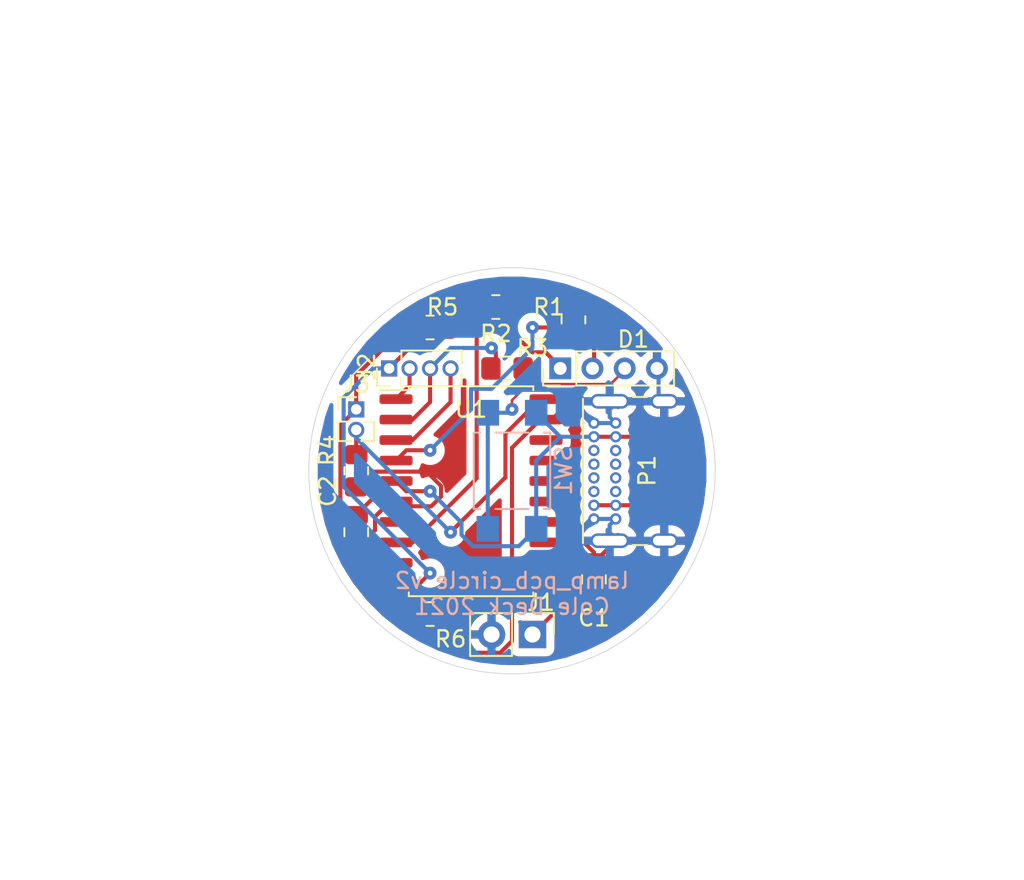
<source format=kicad_pcb>
(kicad_pcb (version 20171130) (host pcbnew "(5.1.7)-1")

  (general
    (thickness 1.6)
    (drawings 2)
    (tracks 160)
    (zones 0)
    (modules 15)
    (nets 26)
  )

  (page A4)
  (layers
    (0 F.Cu signal)
    (31 B.Cu signal)
    (32 B.Adhes user)
    (33 F.Adhes user)
    (34 B.Paste user)
    (35 F.Paste user)
    (36 B.SilkS user)
    (37 F.SilkS user)
    (38 B.Mask user)
    (39 F.Mask user)
    (40 Dwgs.User user)
    (41 Cmts.User user)
    (42 Eco1.User user)
    (43 Eco2.User user)
    (44 Edge.Cuts user)
    (45 Margin user)
    (46 B.CrtYd user)
    (47 F.CrtYd user)
    (48 B.Fab user)
    (49 F.Fab user)
  )

  (setup
    (last_trace_width 0.153)
    (user_trace_width 0.254)
    (trace_clearance 0.153)
    (zone_clearance 0.508)
    (zone_45_only no)
    (trace_min 0.153)
    (via_size 0.8)
    (via_drill 0.3)
    (via_min_size 0.4)
    (via_min_drill 0.3)
    (uvia_size 0.3)
    (uvia_drill 0.1)
    (uvias_allowed no)
    (uvia_min_size 0.2)
    (uvia_min_drill 0.1)
    (edge_width 0.05)
    (segment_width 0.2)
    (pcb_text_width 0.3)
    (pcb_text_size 1.5 1.5)
    (mod_edge_width 0.12)
    (mod_text_size 1 1)
    (mod_text_width 0.15)
    (pad_size 1.524 1.524)
    (pad_drill 0.762)
    (pad_to_mask_clearance 0)
    (aux_axis_origin 0 0)
    (visible_elements 7FFFFFFF)
    (pcbplotparams
      (layerselection 0x010f0_ffffffff)
      (usegerberextensions false)
      (usegerberattributes true)
      (usegerberadvancedattributes true)
      (creategerberjobfile true)
      (excludeedgelayer true)
      (linewidth 0.100000)
      (plotframeref false)
      (viasonmask false)
      (mode 1)
      (useauxorigin false)
      (hpglpennumber 1)
      (hpglpenspeed 20)
      (hpglpendiameter 15.000000)
      (psnegative false)
      (psa4output false)
      (plotreference true)
      (plotvalue true)
      (plotinvisibletext false)
      (padsonsilk false)
      (subtractmaskfromsilk false)
      (outputformat 1)
      (mirror false)
      (drillshape 0)
      (scaleselection 1)
      (outputdirectory "C:/Users/Cole/Documents/lamp_pcb/"))
  )

  (net 0 "")
  (net 1 "Net-(C1-Pad2)")
  (net 2 "Net-(C1-Pad1)")
  (net 3 "Net-(D1-Pad3)")
  (net 4 "Net-(D1-Pad2)")
  (net 5 "Net-(D1-Pad1)")
  (net 6 "Net-(J2-Pad4)")
  (net 7 "Net-(J2-Pad3)")
  (net 8 "Net-(J2-Pad2)")
  (net 9 "Net-(J2-Pad1)")
  (net 10 "Net-(J3-Pad2)")
  (net 11 "Net-(P1-PadB5)")
  (net 12 "Net-(P1-PadA7)")
  (net 13 "Net-(P1-PadA6)")
  (net 14 "Net-(P1-PadA5)")
  (net 15 "Net-(R1-Pad2)")
  (net 16 "Net-(R2-Pad2)")
  (net 17 "Net-(U1-Pad18)")
  (net 18 "Net-(U1-Pad17)")
  (net 19 "Net-(U1-Pad14)")
  (net 20 "Net-(U1-Pad13)")
  (net 21 "Net-(U1-Pad12)")
  (net 22 "Net-(U1-Pad11)")
  (net 23 "Net-(U1-Pad9)")
  (net 24 "Net-(U1-Pad7)")
  (net 25 "Net-(R6-Pad1)")

  (net_class Default "This is the default net class."
    (clearance 0.153)
    (trace_width 0.153)
    (via_dia 0.8)
    (via_drill 0.3)
    (uvia_dia 0.3)
    (uvia_drill 0.1)
    (add_net "Net-(C1-Pad1)")
    (add_net "Net-(C1-Pad2)")
    (add_net "Net-(D1-Pad1)")
    (add_net "Net-(D1-Pad2)")
    (add_net "Net-(D1-Pad3)")
    (add_net "Net-(J2-Pad1)")
    (add_net "Net-(J2-Pad2)")
    (add_net "Net-(J2-Pad3)")
    (add_net "Net-(J2-Pad4)")
    (add_net "Net-(J3-Pad2)")
    (add_net "Net-(P1-PadA5)")
    (add_net "Net-(P1-PadA6)")
    (add_net "Net-(P1-PadA7)")
    (add_net "Net-(P1-PadB5)")
    (add_net "Net-(R1-Pad2)")
    (add_net "Net-(R2-Pad2)")
    (add_net "Net-(R6-Pad1)")
    (add_net "Net-(U1-Pad11)")
    (add_net "Net-(U1-Pad12)")
    (add_net "Net-(U1-Pad13)")
    (add_net "Net-(U1-Pad14)")
    (add_net "Net-(U1-Pad17)")
    (add_net "Net-(U1-Pad18)")
    (add_net "Net-(U1-Pad7)")
    (add_net "Net-(U1-Pad9)")
  )

  (module Connector_PinHeader_1.27mm:PinHeader_1x02_P1.27mm_Vertical (layer F.Cu) (tedit 59FED6E3) (tstamp 60B36079)
    (at 159.25 107.95)
    (descr "Through hole straight pin header, 1x02, 1.27mm pitch, single row")
    (tags "Through hole pin header THT 1x02 1.27mm single row")
    (path /60B5ABF8)
    (fp_text reference J3 (at 0 -1.56) (layer F.SilkS)
      (effects (font (size 1 1) (thickness 0.15)))
    )
    (fp_text value Conn_01x02_Female (at 0 2.56) (layer F.Fab)
      (effects (font (size 1 1) (thickness 0.15)))
    )
    (fp_text user %R (at 0 0.5 90) (layer F.Fab)
      (effects (font (size 0.76 0.76) (thickness 0.114)))
    )
    (fp_line (start -0.525 -0.635) (end 1.05 -0.635) (layer F.Fab) (width 0.1))
    (fp_line (start 1.05 -0.635) (end 1.05 1.905) (layer F.Fab) (width 0.1))
    (fp_line (start 1.05 1.905) (end -1.05 1.905) (layer F.Fab) (width 0.1))
    (fp_line (start -1.05 1.905) (end -1.05 -0.11) (layer F.Fab) (width 0.1))
    (fp_line (start -1.05 -0.11) (end -0.525 -0.635) (layer F.Fab) (width 0.1))
    (fp_line (start -1.11 1.965) (end -0.30753 1.965) (layer F.SilkS) (width 0.12))
    (fp_line (start 0.30753 1.965) (end 1.11 1.965) (layer F.SilkS) (width 0.12))
    (fp_line (start -1.11 0.76) (end -1.11 1.965) (layer F.SilkS) (width 0.12))
    (fp_line (start 1.11 0.76) (end 1.11 1.965) (layer F.SilkS) (width 0.12))
    (fp_line (start -1.11 0.76) (end -0.563471 0.76) (layer F.SilkS) (width 0.12))
    (fp_line (start 0.563471 0.76) (end 1.11 0.76) (layer F.SilkS) (width 0.12))
    (fp_line (start -1.11 0) (end -1.11 -0.76) (layer F.SilkS) (width 0.12))
    (fp_line (start -1.11 -0.76) (end 0 -0.76) (layer F.SilkS) (width 0.12))
    (fp_line (start -1.55 -1.15) (end -1.55 2.45) (layer F.CrtYd) (width 0.05))
    (fp_line (start -1.55 2.45) (end 1.55 2.45) (layer F.CrtYd) (width 0.05))
    (fp_line (start 1.55 2.45) (end 1.55 -1.15) (layer F.CrtYd) (width 0.05))
    (fp_line (start 1.55 -1.15) (end -1.55 -1.15) (layer F.CrtYd) (width 0.05))
    (pad 2 thru_hole oval (at 0 1.27) (size 1 1) (drill 0.65) (layers *.Cu *.Mask)
      (net 10 "Net-(J3-Pad2)"))
    (pad 1 thru_hole rect (at 0 0) (size 1 1) (drill 0.65) (layers *.Cu *.Mask)
      (net 2 "Net-(C1-Pad1)"))
    (model ${KISYS3DMOD}/Connector_PinHeader_1.27mm.3dshapes/PinHeader_1x02_P1.27mm_Vertical.wrl
      (at (xyz 0 0 0))
      (scale (xyz 1 1 1))
      (rotate (xyz 0 0 0))
    )
  )

  (module Connector_PinHeader_2.00mm:PinHeader_1x04_P2.00mm_Vertical (layer F.Cu) (tedit 59FED667) (tstamp 60B3602F)
    (at 171.9 105.41 90)
    (descr "Through hole straight pin header, 1x04, 2.00mm pitch, single row")
    (tags "Through hole pin header THT 1x04 2.00mm single row")
    (path /60B3463D)
    (fp_text reference D1 (at 1.81 4.53 180) (layer F.SilkS)
      (effects (font (size 1 1) (thickness 0.15)))
    )
    (fp_text value LED_RGBC (at 0.5 2.56 90) (layer F.Fab)
      (effects (font (size 1 1) (thickness 0.15)))
    )
    (fp_text user %R (at 0.5 0.5) (layer F.Fab)
      (effects (font (size 1 1) (thickness 0.15)))
    )
    (fp_line (start -0.5 -1) (end 1 -1) (layer F.Fab) (width 0.1))
    (fp_line (start 1 -1) (end 1 7) (layer F.Fab) (width 0.1))
    (fp_line (start 1 7) (end -1 7) (layer F.Fab) (width 0.1))
    (fp_line (start -1 7) (end -1 -0.5) (layer F.Fab) (width 0.1))
    (fp_line (start -1 -0.5) (end -0.5 -1) (layer F.Fab) (width 0.1))
    (fp_line (start -1.06 7.06) (end 1.06 7.06) (layer F.SilkS) (width 0.12))
    (fp_line (start -1.06 1) (end -1.06 7.06) (layer F.SilkS) (width 0.12))
    (fp_line (start 1.06 1) (end 1.06 7.06) (layer F.SilkS) (width 0.12))
    (fp_line (start -1.06 1) (end 1.06 1) (layer F.SilkS) (width 0.12))
    (fp_line (start -1.06 0) (end -1.06 -1.06) (layer F.SilkS) (width 0.12))
    (fp_line (start -1.06 -1.06) (end 0 -1.06) (layer F.SilkS) (width 0.12))
    (fp_line (start -1.5 -1.5) (end -1.5 7.5) (layer F.CrtYd) (width 0.05))
    (fp_line (start -1.5 7.5) (end 1.5 7.5) (layer F.CrtYd) (width 0.05))
    (fp_line (start 1.5 7.5) (end 1.5 -1.5) (layer F.CrtYd) (width 0.05))
    (fp_line (start 1.5 -1.5) (end -1.5 -1.5) (layer F.CrtYd) (width 0.05))
    (pad 4 thru_hole oval (at 0 6 90) (size 1.35 1.35) (drill 0.8) (layers *.Cu *.Mask)
      (net 1 "Net-(C1-Pad2)"))
    (pad 3 thru_hole oval (at 0 4 90) (size 1.35 1.35) (drill 0.8) (layers *.Cu *.Mask)
      (net 3 "Net-(D1-Pad3)"))
    (pad 2 thru_hole oval (at 0 2 90) (size 1.35 1.35) (drill 0.8) (layers *.Cu *.Mask)
      (net 4 "Net-(D1-Pad2)"))
    (pad 1 thru_hole rect (at 0 0 90) (size 1.35 1.35) (drill 0.8) (layers *.Cu *.Mask)
      (net 5 "Net-(D1-Pad1)"))
    (model ${KISYS3DMOD}/Connector_PinHeader_2.00mm.3dshapes/PinHeader_1x04_P2.00mm_Vertical.wrl
      (at (xyz 0 0 0))
      (scale (xyz 1 1 1))
      (rotate (xyz 0 0 0))
    )
  )

  (module Button_Switch_SMD:SW_SPST_TL3305A (layer B.Cu) (tedit 5ABC3A97) (tstamp 60C3467A)
    (at 168.91 111.76 90)
    (descr https://www.e-switch.com/system/asset/product_line/data_sheet/213/TL3305.pdf)
    (tags "TL3305 Series Tact Switch")
    (path /60C40DF7)
    (attr smd)
    (fp_text reference SW1 (at 0 3.2 90) (layer B.SilkS)
      (effects (font (size 1 1) (thickness 0.15)) (justify mirror))
    )
    (fp_text value SW_Push (at 0 -3.2 90) (layer B.Fab)
      (effects (font (size 1 1) (thickness 0.15)) (justify mirror))
    )
    (fp_text user %R (at 0 0 90) (layer B.Fab)
      (effects (font (size 0.5 0.5) (thickness 0.075)) (justify mirror))
    )
    (fp_line (start -3 -1.15) (end -3 -1.85) (layer B.Fab) (width 0.1))
    (fp_line (start -3 1.85) (end -3 1.15) (layer B.Fab) (width 0.1))
    (fp_line (start 3 -1.15) (end 3 -1.85) (layer B.Fab) (width 0.1))
    (fp_line (start 3 1.85) (end 3 1.15) (layer B.Fab) (width 0.1))
    (fp_line (start -3.75 -1.85) (end -2.25 -1.85) (layer B.Fab) (width 0.1))
    (fp_line (start -3.75 -1.15) (end -3.75 -1.85) (layer B.Fab) (width 0.1))
    (fp_line (start -2.25 -1.15) (end -3.75 -1.15) (layer B.Fab) (width 0.1))
    (fp_line (start -3.75 1.15) (end -2.25 1.15) (layer B.Fab) (width 0.1))
    (fp_line (start -3.75 1.85) (end -3.75 1.15) (layer B.Fab) (width 0.1))
    (fp_line (start -2.25 1.85) (end -3.75 1.85) (layer B.Fab) (width 0.1))
    (fp_line (start 3.75 -1.85) (end 2.25 -1.85) (layer B.Fab) (width 0.1))
    (fp_line (start 3.75 -1.15) (end 3.75 -1.85) (layer B.Fab) (width 0.1))
    (fp_line (start 2.25 -1.15) (end 3.75 -1.15) (layer B.Fab) (width 0.1))
    (fp_line (start 3.75 1.85) (end 2.25 1.85) (layer B.Fab) (width 0.1))
    (fp_line (start 3.75 1.15) (end 3.75 1.85) (layer B.Fab) (width 0.1))
    (fp_line (start 2.25 1.15) (end 3.75 1.15) (layer B.Fab) (width 0.1))
    (fp_circle (center 0 0) (end 1.25 0) (layer B.Fab) (width 0.1))
    (fp_line (start -2.25 -2.25) (end -2.25 2.25) (layer B.Fab) (width 0.1))
    (fp_line (start 2.25 -2.25) (end -2.25 -2.25) (layer B.Fab) (width 0.1))
    (fp_line (start 2.25 2.25) (end 2.25 -2.25) (layer B.Fab) (width 0.1))
    (fp_line (start -2.25 2.25) (end 2.25 2.25) (layer B.Fab) (width 0.1))
    (fp_line (start -2.37 2.37) (end 2.37 2.37) (layer B.SilkS) (width 0.12))
    (fp_line (start -2.37 2.37) (end -2.37 1.97) (layer B.SilkS) (width 0.12))
    (fp_line (start 2.37 2.37) (end 2.37 1.97) (layer B.SilkS) (width 0.12))
    (fp_line (start -2.37 -2.37) (end -2.37 -1.97) (layer B.SilkS) (width 0.12))
    (fp_line (start -2.37 -2.37) (end 2.37 -2.37) (layer B.SilkS) (width 0.12))
    (fp_line (start 2.37 -2.37) (end 2.37 -1.97) (layer B.SilkS) (width 0.12))
    (fp_line (start 2.37 -1.03) (end 2.37 1.03) (layer B.SilkS) (width 0.12))
    (fp_line (start -2.37 -1.03) (end -2.37 1.03) (layer B.SilkS) (width 0.12))
    (fp_line (start 4.65 2.5) (end 4.65 -2.5) (layer B.CrtYd) (width 0.05))
    (fp_line (start 4.65 -2.5) (end -4.65 -2.5) (layer B.CrtYd) (width 0.05))
    (fp_line (start -4.65 -2.5) (end -4.65 2.5) (layer B.CrtYd) (width 0.05))
    (fp_line (start -4.65 2.5) (end 4.65 2.5) (layer B.CrtYd) (width 0.05))
    (pad 2 smd rect (at -3.6 -1.5 90) (size 1.6 1.4) (layers B.Cu B.Paste B.Mask)
      (net 25 "Net-(R6-Pad1)"))
    (pad 2 smd rect (at 3.6 -1.5 90) (size 1.6 1.4) (layers B.Cu B.Paste B.Mask)
      (net 25 "Net-(R6-Pad1)"))
    (pad 1 smd rect (at -3.6 1.5 90) (size 1.6 1.4) (layers B.Cu B.Paste B.Mask)
      (net 2 "Net-(C1-Pad1)"))
    (pad 1 smd rect (at 3.6 1.5 90) (size 1.6 1.4) (layers B.Cu B.Paste B.Mask)
      (net 2 "Net-(C1-Pad1)"))
    (model ${KISYS3DMOD}/Button_Switch_SMD.3dshapes/SW_SPST_TL3305A.wrl
      (at (xyz 0 0 0))
      (scale (xyz 1 1 1))
      (rotate (xyz 0 0 0))
    )
  )

  (module Resistor_SMD:R_0805_2012Metric_Pad1.20x1.40mm_HandSolder (layer F.Cu) (tedit 5F68FEEE) (tstamp 60C34650)
    (at 163.83 120.65)
    (descr "Resistor SMD 0805 (2012 Metric), square (rectangular) end terminal, IPC_7351 nominal with elongated pad for handsoldering. (Body size source: IPC-SM-782 page 72, https://www.pcb-3d.com/wordpress/wp-content/uploads/ipc-sm-782a_amendment_1_and_2.pdf), generated with kicad-footprint-generator")
    (tags "resistor handsolder")
    (path /60C43A24)
    (attr smd)
    (fp_text reference R6 (at 1.27 1.55) (layer F.SilkS)
      (effects (font (size 1 1) (thickness 0.15)))
    )
    (fp_text value 10k (at 0 1.65) (layer F.Fab)
      (effects (font (size 1 1) (thickness 0.15)))
    )
    (fp_text user %R (at 0 0) (layer F.Fab)
      (effects (font (size 0.5 0.5) (thickness 0.08)))
    )
    (fp_line (start -1 0.625) (end -1 -0.625) (layer F.Fab) (width 0.1))
    (fp_line (start -1 -0.625) (end 1 -0.625) (layer F.Fab) (width 0.1))
    (fp_line (start 1 -0.625) (end 1 0.625) (layer F.Fab) (width 0.1))
    (fp_line (start 1 0.625) (end -1 0.625) (layer F.Fab) (width 0.1))
    (fp_line (start -0.227064 -0.735) (end 0.227064 -0.735) (layer F.SilkS) (width 0.12))
    (fp_line (start -0.227064 0.735) (end 0.227064 0.735) (layer F.SilkS) (width 0.12))
    (fp_line (start -1.85 0.95) (end -1.85 -0.95) (layer F.CrtYd) (width 0.05))
    (fp_line (start -1.85 -0.95) (end 1.85 -0.95) (layer F.CrtYd) (width 0.05))
    (fp_line (start 1.85 -0.95) (end 1.85 0.95) (layer F.CrtYd) (width 0.05))
    (fp_line (start 1.85 0.95) (end -1.85 0.95) (layer F.CrtYd) (width 0.05))
    (pad 2 smd roundrect (at 1 0) (size 1.2 1.4) (layers F.Cu F.Paste F.Mask) (roundrect_rratio 0.2083325)
      (net 1 "Net-(C1-Pad2)"))
    (pad 1 smd roundrect (at -1 0) (size 1.2 1.4) (layers F.Cu F.Paste F.Mask) (roundrect_rratio 0.2083325)
      (net 25 "Net-(R6-Pad1)"))
    (model ${KISYS3DMOD}/Resistor_SMD.3dshapes/R_0805_2012Metric.wrl
      (at (xyz 0 0 0))
      (scale (xyz 1 1 1))
      (rotate (xyz 0 0 0))
    )
  )

  (module Resistor_SMD:R_0805_2012Metric_Pad1.20x1.40mm_HandSolder (layer F.Cu) (tedit 5F68FEEE) (tstamp 60C3463F)
    (at 163.83 102.87 180)
    (descr "Resistor SMD 0805 (2012 Metric), square (rectangular) end terminal, IPC_7351 nominal with elongated pad for handsoldering. (Body size source: IPC-SM-782 page 72, https://www.pcb-3d.com/wordpress/wp-content/uploads/ipc-sm-782a_amendment_1_and_2.pdf), generated with kicad-footprint-generator")
    (tags "resistor handsolder")
    (path /60C363C7)
    (attr smd)
    (fp_text reference R5 (at -0.77 1.27) (layer F.SilkS)
      (effects (font (size 1 1) (thickness 0.15)))
    )
    (fp_text value 10k (at 0 1.65) (layer F.Fab)
      (effects (font (size 1 1) (thickness 0.15)))
    )
    (fp_text user %R (at 0 0) (layer F.Fab)
      (effects (font (size 0.5 0.5) (thickness 0.08)))
    )
    (fp_line (start -1 0.625) (end -1 -0.625) (layer F.Fab) (width 0.1))
    (fp_line (start -1 -0.625) (end 1 -0.625) (layer F.Fab) (width 0.1))
    (fp_line (start 1 -0.625) (end 1 0.625) (layer F.Fab) (width 0.1))
    (fp_line (start 1 0.625) (end -1 0.625) (layer F.Fab) (width 0.1))
    (fp_line (start -0.227064 -0.735) (end 0.227064 -0.735) (layer F.SilkS) (width 0.12))
    (fp_line (start -0.227064 0.735) (end 0.227064 0.735) (layer F.SilkS) (width 0.12))
    (fp_line (start -1.85 0.95) (end -1.85 -0.95) (layer F.CrtYd) (width 0.05))
    (fp_line (start -1.85 -0.95) (end 1.85 -0.95) (layer F.CrtYd) (width 0.05))
    (fp_line (start 1.85 -0.95) (end 1.85 0.95) (layer F.CrtYd) (width 0.05))
    (fp_line (start 1.85 0.95) (end -1.85 0.95) (layer F.CrtYd) (width 0.05))
    (pad 2 smd roundrect (at 1 0 180) (size 1.2 1.4) (layers F.Cu F.Paste F.Mask) (roundrect_rratio 0.2083325)
      (net 2 "Net-(C1-Pad1)"))
    (pad 1 smd roundrect (at -1 0 180) (size 1.2 1.4) (layers F.Cu F.Paste F.Mask) (roundrect_rratio 0.2083325)
      (net 9 "Net-(J2-Pad1)"))
    (model ${KISYS3DMOD}/Resistor_SMD.3dshapes/R_0805_2012Metric.wrl
      (at (xyz 0 0 0))
      (scale (xyz 1 1 1))
      (rotate (xyz 0 0 0))
    )
  )

  (module Connector_PinHeader_2.54mm:PinHeader_1x02_P2.54mm_Vertical (layer F.Cu) (tedit 59FED5CC) (tstamp 60B36047)
    (at 170.18 121.92 270)
    (descr "Through hole straight pin header, 1x02, 2.54mm pitch, single row")
    (tags "Through hole pin header THT 1x02 2.54mm single row")
    (path /60B66FC2)
    (fp_text reference J1 (at -1.99 -0.53 180) (layer F.SilkS)
      (effects (font (size 1 1) (thickness 0.15)))
    )
    (fp_text value Conn_01x02_Female (at 0 2.56 90) (layer F.Fab)
      (effects (font (size 1 1) (thickness 0.15)))
    )
    (fp_text user %R (at 0 0.5) (layer F.Fab)
      (effects (font (size 0.76 0.76) (thickness 0.114)))
    )
    (fp_line (start -0.635 -1.27) (end 1.27 -1.27) (layer F.Fab) (width 0.1))
    (fp_line (start 1.27 -1.27) (end 1.27 3.81) (layer F.Fab) (width 0.1))
    (fp_line (start 1.27 3.81) (end -1.27 3.81) (layer F.Fab) (width 0.1))
    (fp_line (start -1.27 3.81) (end -1.27 -0.635) (layer F.Fab) (width 0.1))
    (fp_line (start -1.27 -0.635) (end -0.635 -1.27) (layer F.Fab) (width 0.1))
    (fp_line (start -1.33 3.87) (end 1.33 3.87) (layer F.SilkS) (width 0.12))
    (fp_line (start -1.33 1.27) (end -1.33 3.87) (layer F.SilkS) (width 0.12))
    (fp_line (start 1.33 1.27) (end 1.33 3.87) (layer F.SilkS) (width 0.12))
    (fp_line (start -1.33 1.27) (end 1.33 1.27) (layer F.SilkS) (width 0.12))
    (fp_line (start -1.33 0) (end -1.33 -1.33) (layer F.SilkS) (width 0.12))
    (fp_line (start -1.33 -1.33) (end 0 -1.33) (layer F.SilkS) (width 0.12))
    (fp_line (start -1.8 -1.8) (end -1.8 4.35) (layer F.CrtYd) (width 0.05))
    (fp_line (start -1.8 4.35) (end 1.8 4.35) (layer F.CrtYd) (width 0.05))
    (fp_line (start 1.8 4.35) (end 1.8 -1.8) (layer F.CrtYd) (width 0.05))
    (fp_line (start 1.8 -1.8) (end -1.8 -1.8) (layer F.CrtYd) (width 0.05))
    (pad 2 thru_hole oval (at 0 2.54 270) (size 1.7 1.7) (drill 1) (layers *.Cu *.Mask)
      (net 1 "Net-(C1-Pad2)"))
    (pad 1 thru_hole rect (at 0 0 270) (size 1.7 1.7) (drill 1) (layers *.Cu *.Mask)
      (net 2 "Net-(C1-Pad1)"))
    (model ${KISYS3DMOD}/Connector_PinHeader_2.54mm.3dshapes/PinHeader_1x02_P2.54mm_Vertical.wrl
      (at (xyz 0 0 0))
      (scale (xyz 1 1 1))
      (rotate (xyz 0 0 0))
    )
  )

  (module Connector_PinHeader_1.27mm:PinHeader_1x04_P1.27mm_Vertical (layer F.Cu) (tedit 59FED6E3) (tstamp 60B36061)
    (at 161.29 105.41 90)
    (descr "Through hole straight pin header, 1x04, 1.27mm pitch, single row")
    (tags "Through hole pin header THT 1x04 1.27mm single row")
    (path /60B3AEC9)
    (fp_text reference J2 (at 0.11 -1.39 90) (layer F.SilkS)
      (effects (font (size 1 1) (thickness 0.15)))
    )
    (fp_text value Conn_01x04_Female (at 0 4.56 90) (layer F.Fab)
      (effects (font (size 1 1) (thickness 0.15)))
    )
    (fp_text user %R (at 0 1.5) (layer F.Fab)
      (effects (font (size 0.76 0.76) (thickness 0.114)))
    )
    (fp_line (start -0.525 -0.635) (end 1.05 -0.635) (layer F.Fab) (width 0.1))
    (fp_line (start 1.05 -0.635) (end 1.05 4.445) (layer F.Fab) (width 0.1))
    (fp_line (start 1.05 4.445) (end -1.05 4.445) (layer F.Fab) (width 0.1))
    (fp_line (start -1.05 4.445) (end -1.05 -0.11) (layer F.Fab) (width 0.1))
    (fp_line (start -1.05 -0.11) (end -0.525 -0.635) (layer F.Fab) (width 0.1))
    (fp_line (start -1.11 4.505) (end -0.30753 4.505) (layer F.SilkS) (width 0.12))
    (fp_line (start 0.30753 4.505) (end 1.11 4.505) (layer F.SilkS) (width 0.12))
    (fp_line (start -1.11 0.76) (end -1.11 4.505) (layer F.SilkS) (width 0.12))
    (fp_line (start 1.11 0.76) (end 1.11 4.505) (layer F.SilkS) (width 0.12))
    (fp_line (start -1.11 0.76) (end -0.563471 0.76) (layer F.SilkS) (width 0.12))
    (fp_line (start 0.563471 0.76) (end 1.11 0.76) (layer F.SilkS) (width 0.12))
    (fp_line (start -1.11 0) (end -1.11 -0.76) (layer F.SilkS) (width 0.12))
    (fp_line (start -1.11 -0.76) (end 0 -0.76) (layer F.SilkS) (width 0.12))
    (fp_line (start -1.55 -1.15) (end -1.55 4.95) (layer F.CrtYd) (width 0.05))
    (fp_line (start -1.55 4.95) (end 1.55 4.95) (layer F.CrtYd) (width 0.05))
    (fp_line (start 1.55 4.95) (end 1.55 -1.15) (layer F.CrtYd) (width 0.05))
    (fp_line (start 1.55 -1.15) (end -1.55 -1.15) (layer F.CrtYd) (width 0.05))
    (pad 4 thru_hole oval (at 0 3.81 90) (size 1 1) (drill 0.65) (layers *.Cu *.Mask)
      (net 6 "Net-(J2-Pad4)"))
    (pad 3 thru_hole oval (at 0 2.54 90) (size 1 1) (drill 0.65) (layers *.Cu *.Mask)
      (net 7 "Net-(J2-Pad3)"))
    (pad 2 thru_hole oval (at 0 1.27 90) (size 1 1) (drill 0.65) (layers *.Cu *.Mask)
      (net 8 "Net-(J2-Pad2)"))
    (pad 1 thru_hole rect (at 0 0 90) (size 1 1) (drill 0.65) (layers *.Cu *.Mask)
      (net 9 "Net-(J2-Pad1)"))
    (model ${KISYS3DMOD}/Connector_PinHeader_1.27mm.3dshapes/PinHeader_1x04_P1.27mm_Vertical.wrl
      (at (xyz 0 0 0))
      (scale (xyz 1 1 1))
      (rotate (xyz 0 0 0))
    )
  )

  (module Connector_USB:USB_C_Receptacle_GCT_USB4085 (layer F.Cu) (tedit 60B2CE7E) (tstamp 60B360A4)
    (at 173.99 114.75 90)
    (descr "USB 2.0 Type C Receptacle, https://gct.co/Files/Drawings/USB4085.pdf")
    (tags "USB Type-C Receptacle Through-hole Right angle")
    (path /60B29D1E)
    (fp_text reference P1 (at 2.99 3.3 90) (layer F.SilkS)
      (effects (font (size 1 1) (thickness 0.15)))
    )
    (fp_text value USB_C_Plug_USB2.0 (at 0 -1.96 90) (layer F.Fab)
      (effects (font (size 1 1) (thickness 0.15)))
    )
    (fp_line (start -1.5 -0.56) (end 7.45 -0.56) (layer F.Fab) (width 0.1))
    (fp_line (start -1.5 -0.68) (end 7.45 -0.68) (layer F.SilkS) (width 0.12))
    (fp_line (start 7.57 2.4) (end 7.57 3.3) (layer F.SilkS) (width 0.12))
    (fp_line (start -1.62 2.4) (end -1.62 3.3) (layer F.SilkS) (width 0.12))
    (fp_line (start -2.3 -1.06) (end -2.3 6) (layer F.CrtYd) (width 0.05))
    (fp_line (start -2.3 6) (end 8.25 6) (layer F.CrtYd) (width 0.05))
    (fp_line (start -2.3 -1.06) (end 8.25 -1.06) (layer F.CrtYd) (width 0.05))
    (fp_line (start 8.25 -1.06) (end 8.25 6) (layer F.CrtYd) (width 0.05))
    (fp_text user %R (at 0 2.04 90) (layer F.Fab)
      (effects (font (size 1 1) (thickness 0.1)))
    )
    (fp_text user "PCB Edge" (at 0 -0.96 90) (layer Dwgs.User)
      (effects (font (size 0.5 0.5) (thickness 0.08)))
    )
    (pad S1 thru_hole oval (at 7.3 4.36 90) (size 0.9 1.7) (drill oval 0.6 1.4) (layers *.Cu *.Mask)
      (net 1 "Net-(C1-Pad2)"))
    (pad S1 thru_hole oval (at -1.35 4.36 90) (size 0.9 1.7) (drill oval 0.6 1.4) (layers *.Cu *.Mask)
      (net 1 "Net-(C1-Pad2)"))
    (pad S1 thru_hole oval (at 7.3 0.98 90) (size 0.9 2.4) (drill oval 0.6 2.1) (layers *.Cu *.Mask)
      (net 1 "Net-(C1-Pad2)"))
    (pad S1 thru_hole oval (at -1.35 0.98 90) (size 0.9 2.4) (drill oval 0.6 2.1) (layers *.Cu *.Mask)
      (net 1 "Net-(C1-Pad2)"))
    (pad B6 thru_hole circle (at 3.4 1.35 90) (size 0.7 0.7) (drill 0.4) (layers *.Cu *.Mask))
    (pad B1 thru_hole circle (at 5.95 1.35 90) (size 0.7 0.7) (drill 0.4) (layers *.Cu *.Mask)
      (net 1 "Net-(C1-Pad2)"))
    (pad B4 thru_hole circle (at 5.1 1.35 90) (size 0.7 0.7) (drill 0.4) (layers *.Cu *.Mask)
      (net 2 "Net-(C1-Pad1)"))
    (pad B5 thru_hole circle (at 4.25 1.35 90) (size 0.7 0.7) (drill 0.4) (layers *.Cu *.Mask)
      (net 11 "Net-(P1-PadB5)"))
    (pad B12 thru_hole circle (at 0 1.35 90) (size 0.7 0.7) (drill 0.4) (layers *.Cu *.Mask)
      (net 1 "Net-(C1-Pad2)"))
    (pad B8 thru_hole circle (at 1.7 1.35 90) (size 0.7 0.7) (drill 0.4) (layers *.Cu *.Mask))
    (pad B7 thru_hole circle (at 2.55 1.35 90) (size 0.7 0.7) (drill 0.4) (layers *.Cu *.Mask))
    (pad B9 thru_hole circle (at 0.85 1.35 90) (size 0.7 0.7) (drill 0.4) (layers *.Cu *.Mask)
      (net 2 "Net-(C1-Pad1)"))
    (pad A12 thru_hole circle (at 5.95 0 90) (size 0.7 0.7) (drill 0.4) (layers *.Cu *.Mask)
      (net 1 "Net-(C1-Pad2)"))
    (pad A9 thru_hole circle (at 5.1 0 90) (size 0.7 0.7) (drill 0.4) (layers *.Cu *.Mask)
      (net 2 "Net-(C1-Pad1)"))
    (pad A8 thru_hole circle (at 4.25 0 90) (size 0.7 0.7) (drill 0.4) (layers *.Cu *.Mask))
    (pad A7 thru_hole circle (at 3.4 0 90) (size 0.7 0.7) (drill 0.4) (layers *.Cu *.Mask)
      (net 12 "Net-(P1-PadA7)"))
    (pad A6 thru_hole circle (at 2.55 0 90) (size 0.7 0.7) (drill 0.4) (layers *.Cu *.Mask)
      (net 13 "Net-(P1-PadA6)"))
    (pad A5 thru_hole circle (at 1.7 0 90) (size 0.7 0.7) (drill 0.4) (layers *.Cu *.Mask)
      (net 14 "Net-(P1-PadA5)"))
    (pad A4 thru_hole circle (at 0.85 0 90) (size 0.7 0.7) (drill 0.4) (layers *.Cu *.Mask)
      (net 2 "Net-(C1-Pad1)"))
    (pad A1 thru_hole circle (at 0 0 90) (size 0.7 0.7) (drill 0.4) (layers *.Cu *.Mask)
      (net 1 "Net-(C1-Pad2)"))
    (model ${KISYS3DMOD}/Connector_USB.3dshapes/USB_C_Receptacle_GCT_USB4085.wrl
      (at (xyz 0 0 0))
      (scale (xyz 1 1 1))
      (rotate (xyz 0 0 0))
    )
  )

  (module Package_SO:SOIC-20W_7.5x12.8mm_P1.27mm (layer F.Cu) (tedit 5D9F72B1) (tstamp 60B36113)
    (at 166.37 113.03)
    (descr "SOIC, 20 Pin (JEDEC MS-013AC, https://www.analog.com/media/en/package-pcb-resources/package/233848rw_20.pdf), generated with kicad-footprint-generator ipc_gullwing_generator.py")
    (tags "SOIC SO")
    (path /60B444FB)
    (attr smd)
    (fp_text reference U1 (at 0 -5.08) (layer F.SilkS)
      (effects (font (size 1 1) (thickness 0.15)))
    )
    (fp_text value ATtiny261A-SU (at 0 7.35) (layer F.Fab)
      (effects (font (size 1 1) (thickness 0.15)))
    )
    (fp_line (start 0 6.51) (end 3.86 6.51) (layer F.SilkS) (width 0.12))
    (fp_line (start 3.86 6.51) (end 3.86 6.275) (layer F.SilkS) (width 0.12))
    (fp_line (start 0 6.51) (end -3.86 6.51) (layer F.SilkS) (width 0.12))
    (fp_line (start -3.86 6.51) (end -3.86 6.275) (layer F.SilkS) (width 0.12))
    (fp_line (start 0 -6.51) (end 3.86 -6.51) (layer F.SilkS) (width 0.12))
    (fp_line (start 3.86 -6.51) (end 3.86 -6.275) (layer F.SilkS) (width 0.12))
    (fp_line (start 0 -6.51) (end -3.86 -6.51) (layer F.SilkS) (width 0.12))
    (fp_line (start -3.86 -6.51) (end -3.86 -6.275) (layer F.SilkS) (width 0.12))
    (fp_line (start -3.86 -6.275) (end -5.675 -6.275) (layer F.SilkS) (width 0.12))
    (fp_line (start -2.75 -6.4) (end 3.75 -6.4) (layer F.Fab) (width 0.1))
    (fp_line (start 3.75 -6.4) (end 3.75 6.4) (layer F.Fab) (width 0.1))
    (fp_line (start 3.75 6.4) (end -3.75 6.4) (layer F.Fab) (width 0.1))
    (fp_line (start -3.75 6.4) (end -3.75 -5.4) (layer F.Fab) (width 0.1))
    (fp_line (start -3.75 -5.4) (end -2.75 -6.4) (layer F.Fab) (width 0.1))
    (fp_line (start -5.93 -6.65) (end -5.93 6.65) (layer F.CrtYd) (width 0.05))
    (fp_line (start -5.93 6.65) (end 5.93 6.65) (layer F.CrtYd) (width 0.05))
    (fp_line (start 5.93 6.65) (end 5.93 -6.65) (layer F.CrtYd) (width 0.05))
    (fp_line (start 5.93 -6.65) (end -5.93 -6.65) (layer F.CrtYd) (width 0.05))
    (fp_text user %R (at 0 0) (layer F.Fab)
      (effects (font (size 1 1) (thickness 0.15)))
    )
    (pad 20 smd roundrect (at 4.65 -5.715) (size 2.05 0.6) (layers F.Cu F.Paste F.Mask) (roundrect_rratio 0.25)
      (net 10 "Net-(J3-Pad2)"))
    (pad 19 smd roundrect (at 4.65 -4.445) (size 2.05 0.6) (layers F.Cu F.Paste F.Mask) (roundrect_rratio 0.25)
      (net 25 "Net-(R6-Pad1)"))
    (pad 18 smd roundrect (at 4.65 -3.175) (size 2.05 0.6) (layers F.Cu F.Paste F.Mask) (roundrect_rratio 0.25)
      (net 17 "Net-(U1-Pad18)"))
    (pad 17 smd roundrect (at 4.65 -1.905) (size 2.05 0.6) (layers F.Cu F.Paste F.Mask) (roundrect_rratio 0.25)
      (net 18 "Net-(U1-Pad17)"))
    (pad 16 smd roundrect (at 4.65 -0.635) (size 2.05 0.6) (layers F.Cu F.Paste F.Mask) (roundrect_rratio 0.25)
      (net 1 "Net-(C1-Pad2)"))
    (pad 15 smd roundrect (at 4.65 0.635) (size 2.05 0.6) (layers F.Cu F.Paste F.Mask) (roundrect_rratio 0.25)
      (net 2 "Net-(C1-Pad1)"))
    (pad 14 smd roundrect (at 4.65 1.905) (size 2.05 0.6) (layers F.Cu F.Paste F.Mask) (roundrect_rratio 0.25)
      (net 19 "Net-(U1-Pad14)"))
    (pad 13 smd roundrect (at 4.65 3.175) (size 2.05 0.6) (layers F.Cu F.Paste F.Mask) (roundrect_rratio 0.25)
      (net 20 "Net-(U1-Pad13)"))
    (pad 12 smd roundrect (at 4.65 4.445) (size 2.05 0.6) (layers F.Cu F.Paste F.Mask) (roundrect_rratio 0.25)
      (net 21 "Net-(U1-Pad12)"))
    (pad 11 smd roundrect (at 4.65 5.715) (size 2.05 0.6) (layers F.Cu F.Paste F.Mask) (roundrect_rratio 0.25)
      (net 22 "Net-(U1-Pad11)"))
    (pad 10 smd roundrect (at -4.65 5.715) (size 2.05 0.6) (layers F.Cu F.Paste F.Mask) (roundrect_rratio 0.25)
      (net 9 "Net-(J2-Pad1)"))
    (pad 9 smd roundrect (at -4.65 4.445) (size 2.05 0.6) (layers F.Cu F.Paste F.Mask) (roundrect_rratio 0.25)
      (net 23 "Net-(U1-Pad9)"))
    (pad 8 smd roundrect (at -4.65 3.175) (size 2.05 0.6) (layers F.Cu F.Paste F.Mask) (roundrect_rratio 0.25)
      (net 16 "Net-(R2-Pad2)"))
    (pad 7 smd roundrect (at -4.65 1.905) (size 2.05 0.6) (layers F.Cu F.Paste F.Mask) (roundrect_rratio 0.25)
      (net 24 "Net-(U1-Pad7)"))
    (pad 6 smd roundrect (at -4.65 0.635) (size 2.05 0.6) (layers F.Cu F.Paste F.Mask) (roundrect_rratio 0.25)
      (net 1 "Net-(C1-Pad2)"))
    (pad 5 smd roundrect (at -4.65 -0.635) (size 2.05 0.6) (layers F.Cu F.Paste F.Mask) (roundrect_rratio 0.25)
      (net 2 "Net-(C1-Pad1)"))
    (pad 4 smd roundrect (at -4.65 -1.905) (size 2.05 0.6) (layers F.Cu F.Paste F.Mask) (roundrect_rratio 0.25)
      (net 15 "Net-(R1-Pad2)"))
    (pad 3 smd roundrect (at -4.65 -3.175) (size 2.05 0.6) (layers F.Cu F.Paste F.Mask) (roundrect_rratio 0.25)
      (net 6 "Net-(J2-Pad4)"))
    (pad 2 smd roundrect (at -4.65 -4.445) (size 2.05 0.6) (layers F.Cu F.Paste F.Mask) (roundrect_rratio 0.25)
      (net 7 "Net-(J2-Pad3)"))
    (pad 1 smd roundrect (at -4.65 -5.715) (size 2.05 0.6) (layers F.Cu F.Paste F.Mask) (roundrect_rratio 0.25)
      (net 8 "Net-(J2-Pad2)"))
    (model ${KISYS3DMOD}/Package_SO.3dshapes/SOIC-20W_7.5x12.8mm_P1.27mm.wrl
      (at (xyz 0 0 0))
      (scale (xyz 1 1 1))
      (rotate (xyz 0 0 0))
    )
  )

  (module Resistor_SMD:R_0805_2012Metric_Pad1.20x1.40mm_HandSolder (layer F.Cu) (tedit 5F68FEEE) (tstamp 60B360E8)
    (at 159.25 111.76 270)
    (descr "Resistor SMD 0805 (2012 Metric), square (rectangular) end terminal, IPC_7351 nominal with elongated pad for handsoldering. (Body size source: IPC-SM-782 page 72, https://www.pcb-3d.com/wordpress/wp-content/uploads/ipc-sm-782a_amendment_1_and_2.pdf), generated with kicad-footprint-generator")
    (tags "resistor handsolder")
    (path /60B5C7F7)
    (attr smd)
    (fp_text reference R4 (at -1.27 1.77 90) (layer F.SilkS)
      (effects (font (size 1 1) (thickness 0.15)))
    )
    (fp_text value 10k (at 0 1.65 90) (layer F.Fab)
      (effects (font (size 1 1) (thickness 0.15)))
    )
    (fp_line (start -1 0.625) (end -1 -0.625) (layer F.Fab) (width 0.1))
    (fp_line (start -1 -0.625) (end 1 -0.625) (layer F.Fab) (width 0.1))
    (fp_line (start 1 -0.625) (end 1 0.625) (layer F.Fab) (width 0.1))
    (fp_line (start 1 0.625) (end -1 0.625) (layer F.Fab) (width 0.1))
    (fp_line (start -0.227064 -0.735) (end 0.227064 -0.735) (layer F.SilkS) (width 0.12))
    (fp_line (start -0.227064 0.735) (end 0.227064 0.735) (layer F.SilkS) (width 0.12))
    (fp_line (start -1.85 0.95) (end -1.85 -0.95) (layer F.CrtYd) (width 0.05))
    (fp_line (start -1.85 -0.95) (end 1.85 -0.95) (layer F.CrtYd) (width 0.05))
    (fp_line (start 1.85 -0.95) (end 1.85 0.95) (layer F.CrtYd) (width 0.05))
    (fp_line (start 1.85 0.95) (end -1.85 0.95) (layer F.CrtYd) (width 0.05))
    (fp_text user %R (at 0 0 90) (layer F.Fab)
      (effects (font (size 0.5 0.5) (thickness 0.08)))
    )
    (pad 2 smd roundrect (at 1 0 270) (size 1.2 1.4) (layers F.Cu F.Paste F.Mask) (roundrect_rratio 0.2083325)
      (net 1 "Net-(C1-Pad2)"))
    (pad 1 smd roundrect (at -1 0 270) (size 1.2 1.4) (layers F.Cu F.Paste F.Mask) (roundrect_rratio 0.2083325)
      (net 10 "Net-(J3-Pad2)"))
    (model ${KISYS3DMOD}/Resistor_SMD.3dshapes/R_0805_2012Metric.wrl
      (at (xyz 0 0 0))
      (scale (xyz 1 1 1))
      (rotate (xyz 0 0 0))
    )
  )

  (module Resistor_SMD:R_0805_2012Metric_Pad1.20x1.40mm_HandSolder (layer F.Cu) (tedit 5F68FEEE) (tstamp 60B360D7)
    (at 168.6 105.41 180)
    (descr "Resistor SMD 0805 (2012 Metric), square (rectangular) end terminal, IPC_7351 nominal with elongated pad for handsoldering. (Body size source: IPC-SM-782 page 72, https://www.pcb-3d.com/wordpress/wp-content/uploads/ipc-sm-782a_amendment_1_and_2.pdf), generated with kicad-footprint-generator")
    (tags "resistor handsolder")
    (path /60B383AA)
    (attr smd)
    (fp_text reference R3 (at -1.58 1.27 180) (layer F.SilkS)
      (effects (font (size 1 1) (thickness 0.15)))
    )
    (fp_text value 220 (at 0 1.65) (layer F.Fab)
      (effects (font (size 1 1) (thickness 0.15)))
    )
    (fp_line (start -1 0.625) (end -1 -0.625) (layer F.Fab) (width 0.1))
    (fp_line (start -1 -0.625) (end 1 -0.625) (layer F.Fab) (width 0.1))
    (fp_line (start 1 -0.625) (end 1 0.625) (layer F.Fab) (width 0.1))
    (fp_line (start 1 0.625) (end -1 0.625) (layer F.Fab) (width 0.1))
    (fp_line (start -0.227064 -0.735) (end 0.227064 -0.735) (layer F.SilkS) (width 0.12))
    (fp_line (start -0.227064 0.735) (end 0.227064 0.735) (layer F.SilkS) (width 0.12))
    (fp_line (start -1.85 0.95) (end -1.85 -0.95) (layer F.CrtYd) (width 0.05))
    (fp_line (start -1.85 -0.95) (end 1.85 -0.95) (layer F.CrtYd) (width 0.05))
    (fp_line (start 1.85 -0.95) (end 1.85 0.95) (layer F.CrtYd) (width 0.05))
    (fp_line (start 1.85 0.95) (end -1.85 0.95) (layer F.CrtYd) (width 0.05))
    (fp_text user %R (at 0 0) (layer F.Fab)
      (effects (font (size 0.5 0.5) (thickness 0.08)))
    )
    (pad 2 smd roundrect (at 1 0 180) (size 1.2 1.4) (layers F.Cu F.Paste F.Mask) (roundrect_rratio 0.2083325)
      (net 7 "Net-(J2-Pad3)"))
    (pad 1 smd roundrect (at -1 0 180) (size 1.2 1.4) (layers F.Cu F.Paste F.Mask) (roundrect_rratio 0.2083325)
      (net 3 "Net-(D1-Pad3)"))
    (model ${KISYS3DMOD}/Resistor_SMD.3dshapes/R_0805_2012Metric.wrl
      (at (xyz 0 0 0))
      (scale (xyz 1 1 1))
      (rotate (xyz 0 0 0))
    )
  )

  (module Resistor_SMD:R_0805_2012Metric_Pad1.20x1.40mm_HandSolder (layer F.Cu) (tedit 5F68FEEE) (tstamp 60B360C6)
    (at 167.91 101.6 180)
    (descr "Resistor SMD 0805 (2012 Metric), square (rectangular) end terminal, IPC_7351 nominal with elongated pad for handsoldering. (Body size source: IPC-SM-782 page 72, https://www.pcb-3d.com/wordpress/wp-content/uploads/ipc-sm-782a_amendment_1_and_2.pdf), generated with kicad-footprint-generator")
    (tags "resistor handsolder")
    (path /60B3964C)
    (attr smd)
    (fp_text reference R2 (at 0 -1.65) (layer F.SilkS)
      (effects (font (size 1 1) (thickness 0.15)))
    )
    (fp_text value 220 (at 0 1.65) (layer F.Fab)
      (effects (font (size 1 1) (thickness 0.15)))
    )
    (fp_line (start -1 0.625) (end -1 -0.625) (layer F.Fab) (width 0.1))
    (fp_line (start -1 -0.625) (end 1 -0.625) (layer F.Fab) (width 0.1))
    (fp_line (start 1 -0.625) (end 1 0.625) (layer F.Fab) (width 0.1))
    (fp_line (start 1 0.625) (end -1 0.625) (layer F.Fab) (width 0.1))
    (fp_line (start -0.227064 -0.735) (end 0.227064 -0.735) (layer F.SilkS) (width 0.12))
    (fp_line (start -0.227064 0.735) (end 0.227064 0.735) (layer F.SilkS) (width 0.12))
    (fp_line (start -1.85 0.95) (end -1.85 -0.95) (layer F.CrtYd) (width 0.05))
    (fp_line (start -1.85 -0.95) (end 1.85 -0.95) (layer F.CrtYd) (width 0.05))
    (fp_line (start 1.85 -0.95) (end 1.85 0.95) (layer F.CrtYd) (width 0.05))
    (fp_line (start 1.85 0.95) (end -1.85 0.95) (layer F.CrtYd) (width 0.05))
    (fp_text user %R (at 0 0) (layer F.Fab)
      (effects (font (size 0.5 0.5) (thickness 0.08)))
    )
    (pad 2 smd roundrect (at 1 0 180) (size 1.2 1.4) (layers F.Cu F.Paste F.Mask) (roundrect_rratio 0.2083325)
      (net 16 "Net-(R2-Pad2)"))
    (pad 1 smd roundrect (at -1 0 180) (size 1.2 1.4) (layers F.Cu F.Paste F.Mask) (roundrect_rratio 0.2083325)
      (net 5 "Net-(D1-Pad1)"))
    (model ${KISYS3DMOD}/Resistor_SMD.3dshapes/R_0805_2012Metric.wrl
      (at (xyz 0 0 0))
      (scale (xyz 1 1 1))
      (rotate (xyz 0 0 0))
    )
  )

  (module Resistor_SMD:R_0805_2012Metric_Pad1.20x1.40mm_HandSolder (layer F.Cu) (tedit 5F68FEEE) (tstamp 60B360B5)
    (at 172.72 102.4 270)
    (descr "Resistor SMD 0805 (2012 Metric), square (rectangular) end terminal, IPC_7351 nominal with elongated pad for handsoldering. (Body size source: IPC-SM-782 page 72, https://www.pcb-3d.com/wordpress/wp-content/uploads/ipc-sm-782a_amendment_1_and_2.pdf), generated with kicad-footprint-generator")
    (tags "resistor handsolder")
    (path /60B393AF)
    (attr smd)
    (fp_text reference R1 (at -0.8 1.52 180) (layer F.SilkS)
      (effects (font (size 1 1) (thickness 0.15)))
    )
    (fp_text value 220 (at 0 1.65 90) (layer F.Fab)
      (effects (font (size 1 1) (thickness 0.15)))
    )
    (fp_line (start -1 0.625) (end -1 -0.625) (layer F.Fab) (width 0.1))
    (fp_line (start -1 -0.625) (end 1 -0.625) (layer F.Fab) (width 0.1))
    (fp_line (start 1 -0.625) (end 1 0.625) (layer F.Fab) (width 0.1))
    (fp_line (start 1 0.625) (end -1 0.625) (layer F.Fab) (width 0.1))
    (fp_line (start -0.227064 -0.735) (end 0.227064 -0.735) (layer F.SilkS) (width 0.12))
    (fp_line (start -0.227064 0.735) (end 0.227064 0.735) (layer F.SilkS) (width 0.12))
    (fp_line (start -1.85 0.95) (end -1.85 -0.95) (layer F.CrtYd) (width 0.05))
    (fp_line (start -1.85 -0.95) (end 1.85 -0.95) (layer F.CrtYd) (width 0.05))
    (fp_line (start 1.85 -0.95) (end 1.85 0.95) (layer F.CrtYd) (width 0.05))
    (fp_line (start 1.85 0.95) (end -1.85 0.95) (layer F.CrtYd) (width 0.05))
    (fp_text user %R (at 0 0 90) (layer F.Fab)
      (effects (font (size 0.5 0.5) (thickness 0.08)))
    )
    (pad 2 smd roundrect (at 1 0 270) (size 1.2 1.4) (layers F.Cu F.Paste F.Mask) (roundrect_rratio 0.2083325)
      (net 15 "Net-(R1-Pad2)"))
    (pad 1 smd roundrect (at -1 0 270) (size 1.2 1.4) (layers F.Cu F.Paste F.Mask) (roundrect_rratio 0.2083325)
      (net 4 "Net-(D1-Pad2)"))
    (model ${KISYS3DMOD}/Resistor_SMD.3dshapes/R_0805_2012Metric.wrl
      (at (xyz 0 0 0))
      (scale (xyz 1 1 1))
      (rotate (xyz 0 0 0))
    )
  )

  (module Capacitor_SMD:C_0805_2012Metric_Pad1.18x1.45mm_HandSolder (layer F.Cu) (tedit 5F68FEEF) (tstamp 60B36014)
    (at 159.25 115.57 270)
    (descr "Capacitor SMD 0805 (2012 Metric), square (rectangular) end terminal, IPC_7351 nominal with elongated pad for handsoldering. (Body size source: IPC-SM-782 page 76, https://www.pcb-3d.com/wordpress/wp-content/uploads/ipc-sm-782a_amendment_1_and_2.pdf, https://docs.google.com/spreadsheets/d/1BsfQQcO9C6DZCsRaXUlFlo91Tg2WpOkGARC1WS5S8t0/edit?usp=sharing), generated with kicad-footprint-generator")
    (tags "capacitor handsolder")
    (path /60B6F8BF)
    (attr smd)
    (fp_text reference C2 (at -2.54 1.77 270) (layer F.SilkS)
      (effects (font (size 1 1) (thickness 0.15)))
    )
    (fp_text value 0.1uF (at 0 1.68 90) (layer F.Fab)
      (effects (font (size 1 1) (thickness 0.15)))
    )
    (fp_line (start -1 0.625) (end -1 -0.625) (layer F.Fab) (width 0.1))
    (fp_line (start -1 -0.625) (end 1 -0.625) (layer F.Fab) (width 0.1))
    (fp_line (start 1 -0.625) (end 1 0.625) (layer F.Fab) (width 0.1))
    (fp_line (start 1 0.625) (end -1 0.625) (layer F.Fab) (width 0.1))
    (fp_line (start -0.261252 -0.735) (end 0.261252 -0.735) (layer F.SilkS) (width 0.12))
    (fp_line (start -0.261252 0.735) (end 0.261252 0.735) (layer F.SilkS) (width 0.12))
    (fp_line (start -1.88 0.98) (end -1.88 -0.98) (layer F.CrtYd) (width 0.05))
    (fp_line (start -1.88 -0.98) (end 1.88 -0.98) (layer F.CrtYd) (width 0.05))
    (fp_line (start 1.88 -0.98) (end 1.88 0.98) (layer F.CrtYd) (width 0.05))
    (fp_line (start 1.88 0.98) (end -1.88 0.98) (layer F.CrtYd) (width 0.05))
    (fp_text user %R (at 0 0 90) (layer F.Fab)
      (effects (font (size 0.5 0.5) (thickness 0.08)))
    )
    (pad 2 smd roundrect (at 1.0375 0 270) (size 1.175 1.45) (layers F.Cu F.Paste F.Mask) (roundrect_rratio 0.2127659574468085)
      (net 1 "Net-(C1-Pad2)"))
    (pad 1 smd roundrect (at -1.0375 0 270) (size 1.175 1.45) (layers F.Cu F.Paste F.Mask) (roundrect_rratio 0.2127659574468085)
      (net 2 "Net-(C1-Pad1)"))
    (model ${KISYS3DMOD}/Capacitor_SMD.3dshapes/C_0805_2012Metric.wrl
      (at (xyz 0 0 0))
      (scale (xyz 1 1 1))
      (rotate (xyz 0 0 0))
    )
  )

  (module Capacitor_SMD:C_0805_2012Metric_Pad1.18x1.45mm_HandSolder (layer F.Cu) (tedit 5F68FEEF) (tstamp 60B36003)
    (at 173.99 118.5 90)
    (descr "Capacitor SMD 0805 (2012 Metric), square (rectangular) end terminal, IPC_7351 nominal with elongated pad for handsoldering. (Body size source: IPC-SM-782 page 76, https://www.pcb-3d.com/wordpress/wp-content/uploads/ipc-sm-782a_amendment_1_and_2.pdf, https://docs.google.com/spreadsheets/d/1BsfQQcO9C6DZCsRaXUlFlo91Tg2WpOkGARC1WS5S8t0/edit?usp=sharing), generated with kicad-footprint-generator")
    (tags "capacitor handsolder")
    (path /60B6B842)
    (attr smd)
    (fp_text reference C1 (at -2.4 0 180) (layer F.SilkS)
      (effects (font (size 1 1) (thickness 0.15)))
    )
    (fp_text value 0.1uF (at 0 1.68 90) (layer F.Fab)
      (effects (font (size 1 1) (thickness 0.15)))
    )
    (fp_line (start -1 0.625) (end -1 -0.625) (layer F.Fab) (width 0.1))
    (fp_line (start -1 -0.625) (end 1 -0.625) (layer F.Fab) (width 0.1))
    (fp_line (start 1 -0.625) (end 1 0.625) (layer F.Fab) (width 0.1))
    (fp_line (start 1 0.625) (end -1 0.625) (layer F.Fab) (width 0.1))
    (fp_line (start -0.261252 -0.735) (end 0.261252 -0.735) (layer F.SilkS) (width 0.12))
    (fp_line (start -0.261252 0.735) (end 0.261252 0.735) (layer F.SilkS) (width 0.12))
    (fp_line (start -1.88 0.98) (end -1.88 -0.98) (layer F.CrtYd) (width 0.05))
    (fp_line (start -1.88 -0.98) (end 1.88 -0.98) (layer F.CrtYd) (width 0.05))
    (fp_line (start 1.88 -0.98) (end 1.88 0.98) (layer F.CrtYd) (width 0.05))
    (fp_line (start 1.88 0.98) (end -1.88 0.98) (layer F.CrtYd) (width 0.05))
    (fp_text user %R (at 0 0 90) (layer F.Fab)
      (effects (font (size 0.5 0.5) (thickness 0.08)))
    )
    (pad 2 smd roundrect (at 1.0375 0 90) (size 1.175 1.45) (layers F.Cu F.Paste F.Mask) (roundrect_rratio 0.2127659574468085)
      (net 1 "Net-(C1-Pad2)"))
    (pad 1 smd roundrect (at -1.0375 0 90) (size 1.175 1.45) (layers F.Cu F.Paste F.Mask) (roundrect_rratio 0.2127659574468085)
      (net 2 "Net-(C1-Pad1)"))
    (model ${KISYS3DMOD}/Capacitor_SMD.3dshapes/C_0805_2012Metric.wrl
      (at (xyz 0 0 0))
      (scale (xyz 1 1 1))
      (rotate (xyz 0 0 0))
    )
  )

  (gr_text "lamp_pcb_circle v2\nCole Deck 2021" (at 168.91 119.38) (layer B.SilkS)
    (effects (font (size 1 1) (thickness 0.15)) (justify mirror))
  )
  (gr_circle (center 168.91 111.76) (end 181.51 111.76) (layer Edge.Cuts) (width 0.05))

  (segment (start 175.48 107.45) (end 175.48 107.82) (width 0.254) (layer B.Cu) (net 1))
  (segment (start 175.48 116.1) (end 175.48 115.73) (width 0.254) (layer B.Cu) (net 1))
  (segment (start 178.86 116.1) (end 175.48 116.1) (width 0.254) (layer B.Cu) (net 1))
  (segment (start 161.356872 113.665) (end 161.72 113.665) (width 0.254) (layer F.Cu) (net 1))
  (segment (start 160.41499 115.44251) (end 160.41499 114.606882) (width 0.254) (layer F.Cu) (net 1))
  (segment (start 160.41499 114.606882) (end 161.356872 113.665) (width 0.254) (layer F.Cu) (net 1))
  (segment (start 159.25 116.6075) (end 160.41499 115.44251) (width 0.254) (layer F.Cu) (net 1))
  (segment (start 175.3525 116.1) (end 173.99 117.4625) (width 0.254) (layer F.Cu) (net 1))
  (segment (start 175.48 116.1) (end 175.3525 116.1) (width 0.254) (layer F.Cu) (net 1))
  (segment (start 173.99 117.4625) (end 173.99 116.82798) (width 0.254) (layer F.Cu) (net 1))
  (segment (start 173.99 116.82798) (end 172.73202 115.57) (width 0.254) (layer F.Cu) (net 1))
  (segment (start 172.045 112.395) (end 171.02 112.395) (width 0.254) (layer F.Cu) (net 1))
  (segment (start 172.73202 113.08202) (end 172.045 112.395) (width 0.254) (layer F.Cu) (net 1))
  (segment (start 172.73202 115.57) (end 172.73202 113.08202) (width 0.254) (layer F.Cu) (net 1))
  (segment (start 175.48 107.45) (end 175.76 107.45) (width 0.254) (layer B.Cu) (net 1))
  (segment (start 174.97 108.43) (end 175.34 108.8) (width 0.254) (layer B.Cu) (net 1))
  (segment (start 174.97 107.45) (end 174.97 108.43) (width 0.254) (layer B.Cu) (net 1))
  (segment (start 174.97 115.12) (end 175.34 114.75) (width 0.254) (layer B.Cu) (net 1))
  (segment (start 174.97 116.1) (end 174.97 115.12) (width 0.254) (layer B.Cu) (net 1))
  (segment (start 173.99 114.75) (end 175.34 114.75) (width 0.254) (layer B.Cu) (net 1))
  (segment (start 173.99 108.8) (end 175.34 108.8) (width 0.254) (layer B.Cu) (net 1))
  (segment (start 167.64 121.92) (end 166.1 121.92) (width 0.254) (layer F.Cu) (net 1))
  (segment (start 174.97 116.1) (end 173.46 116.1) (width 0.254) (layer B.Cu) (net 1))
  (segment (start 162.02 113.965) (end 161.72 113.665) (width 0.254) (layer F.Cu) (net 1))
  (segment (start 163.901402 113.965) (end 162.02 113.965) (width 0.254) (layer F.Cu) (net 1))
  (segment (start 164.510001 113.356401) (end 163.901402 113.965) (width 0.254) (layer F.Cu) (net 1))
  (segment (start 164.510001 112.703599) (end 164.510001 113.356401) (width 0.254) (layer F.Cu) (net 1))
  (segment (start 160.19501 111.81499) (end 163.621392 111.81499) (width 0.254) (layer F.Cu) (net 1))
  (segment (start 163.621392 111.81499) (end 164.510001 112.703599) (width 0.254) (layer F.Cu) (net 1))
  (segment (start 159.25 112.76) (end 160.19501 111.81499) (width 0.254) (layer F.Cu) (net 1))
  (segment (start 178 107.1) (end 178.35 107.45) (width 0.254) (layer B.Cu) (net 1))
  (segment (start 178 105.41) (end 178 107.1) (width 0.254) (layer B.Cu) (net 1))
  (segment (start 163.84999 119.66999) (end 164.83 120.65) (width 0.254) (layer F.Cu) (net 1))
  (segment (start 161.011862 119.66999) (end 163.84999 119.66999) (width 0.254) (layer F.Cu) (net 1))
  (segment (start 159.25 117.908128) (end 161.011862 119.66999) (width 0.254) (layer F.Cu) (net 1))
  (segment (start 159.25 116.6075) (end 159.25 117.908128) (width 0.254) (layer F.Cu) (net 1))
  (segment (start 161.356872 112.395) (end 161.72 112.395) (width 0.254) (layer F.Cu) (net 2))
  (segment (start 159.25 114.501872) (end 161.356872 112.395) (width 0.254) (layer F.Cu) (net 2))
  (segment (start 159.25 114.5325) (end 159.25 114.501872) (width 0.254) (layer F.Cu) (net 2))
  (segment (start 171.383128 113.665) (end 171.02 113.665) (width 0.254) (layer F.Cu) (net 2))
  (segment (start 172.32501 114.606882) (end 171.383128 113.665) (width 0.254) (layer F.Cu) (net 2))
  (segment (start 172.32501 117.87251) (end 172.32501 114.606882) (width 0.254) (layer F.Cu) (net 2))
  (segment (start 173.99 119.5375) (end 172.32501 117.87251) (width 0.254) (layer F.Cu) (net 2))
  (segment (start 175.1025 119.5375) (end 176.53 118.11) (width 0.254) (layer F.Cu) (net 2))
  (segment (start 173.99 119.5375) (end 175.1025 119.5375) (width 0.254) (layer F.Cu) (net 2))
  (segment (start 176.96001 117.67999) (end 176.96001 114.515036) (width 0.254) (layer F.Cu) (net 2))
  (segment (start 176.53 118.11) (end 176.96001 117.67999) (width 0.254) (layer F.Cu) (net 2))
  (segment (start 176.96001 110.265036) (end 176.96001 114.515036) (width 0.254) (layer F.Cu) (net 2))
  (segment (start 176.344974 109.65) (end 176.96001 110.265036) (width 0.254) (layer F.Cu) (net 2))
  (segment (start 173.99 109.65) (end 176.344974 109.65) (width 0.254) (layer F.Cu) (net 2))
  (segment (start 176.344974 113.9) (end 176.96001 114.515036) (width 0.254) (layer F.Cu) (net 2))
  (segment (start 173.99 113.9) (end 176.344974 113.9) (width 0.254) (layer F.Cu) (net 2))
  (segment (start 169.41 121.15) (end 170.18 121.92) (width 0.254) (layer B.Cu) (net 2))
  (segment (start 172.5625 119.5375) (end 170.18 121.92) (width 0.254) (layer F.Cu) (net 2))
  (segment (start 173.99 119.5375) (end 172.5625 119.5375) (width 0.254) (layer F.Cu) (net 2))
  (segment (start 159.25 105.85) (end 159.25 107.95) (width 0.254) (layer F.Cu) (net 2))
  (segment (start 162.23 102.87) (end 159.25 105.85) (width 0.254) (layer F.Cu) (net 2))
  (segment (start 162.83 102.87) (end 162.23 102.87) (width 0.254) (layer F.Cu) (net 2))
  (segment (start 171.9 109.65) (end 173.99 109.65) (width 0.254) (layer B.Cu) (net 2))
  (segment (start 170.41 108.16) (end 171.9 109.65) (width 0.254) (layer B.Cu) (net 2))
  (segment (start 170.41 111.14) (end 171.9 109.65) (width 0.254) (layer B.Cu) (net 2))
  (segment (start 170.41 115.36) (end 170.41 111.14) (width 0.254) (layer B.Cu) (net 2))
  (segment (start 165.780001 115.734003) (end 165.780001 114.980001) (width 0.254) (layer B.Cu) (net 2))
  (segment (start 166.485999 116.440001) (end 165.780001 115.734003) (width 0.254) (layer B.Cu) (net 2))
  (segment (start 169.329999 116.440001) (end 166.485999 116.440001) (width 0.254) (layer B.Cu) (net 2))
  (segment (start 170.41 115.36) (end 169.329999 116.440001) (width 0.254) (layer B.Cu) (net 2))
  (segment (start 165.780001 114.980001) (end 163.83 113.03) (width 0.254) (layer B.Cu) (net 2))
  (segment (start 163.83 113.03) (end 163.83 113.03) (width 0.254) (layer B.Cu) (net 2) (tstamp 60C3500C))
  (via (at 163.83 113.03) (size 0.8) (drill 0.3) (layers F.Cu B.Cu) (net 2))
  (segment (start 162.355 113.03) (end 161.72 112.395) (width 0.254) (layer F.Cu) (net 2))
  (segment (start 163.83 113.03) (end 162.355 113.03) (width 0.254) (layer F.Cu) (net 2))
  (segment (start 158.9825 114.5325) (end 159.25 114.5325) (width 0.254) (layer F.Cu) (net 2))
  (segment (start 158.26999 113.81999) (end 158.9825 114.5325) (width 0.254) (layer F.Cu) (net 2))
  (segment (start 158.26999 108.93001) (end 158.26999 113.81999) (width 0.254) (layer F.Cu) (net 2))
  (segment (start 159.25 107.95) (end 158.26999 108.93001) (width 0.254) (layer F.Cu) (net 2))
  (segment (start 175.03152 106.37848) (end 176 105.41) (width 0.153) (layer F.Cu) (net 3))
  (segment (start 170.17848 106.37848) (end 175.03152 106.37848) (width 0.153) (layer F.Cu) (net 3))
  (segment (start 169.91 106.11) (end 170.17848 106.37848) (width 0.153) (layer F.Cu) (net 3))
  (segment (start 169.91 105.41) (end 169.91 106.11) (width 0.153) (layer F.Cu) (net 3))
  (segment (start 174 102.68) (end 174 105.41) (width 0.254) (layer F.Cu) (net 4))
  (segment (start 172.72 101.4) (end 174 102.68) (width 0.254) (layer F.Cu) (net 4))
  (segment (start 168.91 103.14) (end 168.91 101.6) (width 0.254) (layer F.Cu) (net 5))
  (segment (start 170.18 104.41) (end 168.91 103.14) (width 0.254) (layer F.Cu) (net 5))
  (segment (start 171 104.41) (end 172 105.41) (width 0.254) (layer F.Cu) (net 5))
  (segment (start 170.18 104.41) (end 171 104.41) (width 0.254) (layer F.Cu) (net 5))
  (segment (start 165.1 107.5) (end 165.1 105.41) (width 0.254) (layer F.Cu) (net 6))
  (segment (start 162.745 109.855) (end 165.1 107.5) (width 0.254) (layer F.Cu) (net 6))
  (segment (start 161.72 109.855) (end 162.745 109.855) (width 0.254) (layer F.Cu) (net 6))
  (segment (start 162.25604 107.315) (end 161.72 107.315) (width 0.254) (layer F.Cu) (net 8))
  (segment (start 167.91 105.41) (end 167.91 104.41) (width 0.254) (layer F.Cu) (net 7))
  (segment (start 167.91 104.41) (end 167.64 104.14) (width 0.254) (layer F.Cu) (net 7))
  (segment (start 167.64 104.14) (end 167.64 104.14) (width 0.254) (layer F.Cu) (net 7) (tstamp 60B372E1))
  (via (at 167.64 104.14) (size 0.8) (drill 0.3) (layers F.Cu B.Cu) (net 7))
  (segment (start 163.56 105.366598) (end 163.56 105.41) (width 0.254) (layer B.Cu) (net 7))
  (segment (start 163.83 107.5) (end 163.83 105.41) (width 0.254) (layer F.Cu) (net 7))
  (segment (start 162.745 108.585) (end 163.83 107.5) (width 0.254) (layer F.Cu) (net 7))
  (segment (start 161.72 108.585) (end 162.745 108.585) (width 0.254) (layer F.Cu) (net 7))
  (segment (start 165.1 104.14) (end 163.83 105.41) (width 0.254) (layer B.Cu) (net 7))
  (segment (start 167.64 104.14) (end 165.1 104.14) (width 0.254) (layer B.Cu) (net 7))
  (segment (start 162.56 106.475) (end 162.56 105.41) (width 0.254) (layer F.Cu) (net 8))
  (segment (start 161.72 107.315) (end 162.56 106.475) (width 0.254) (layer F.Cu) (net 8))
  (segment (start 161.72 118.745) (end 163.195 118.745) (width 0.254) (layer F.Cu) (net 9))
  (segment (start 163.195 118.745) (end 163.83 118.11) (width 0.254) (layer F.Cu) (net 9))
  (segment (start 163.83 118.11) (end 163.83 118.11) (width 0.254) (layer F.Cu) (net 9) (tstamp 60B3745D))
  (via (at 163.83 118.11) (size 0.8) (drill 0.3) (layers F.Cu B.Cu) (net 9))
  (segment (start 162.84999 103.85001) (end 161.29 105.41) (width 0.254) (layer F.Cu) (net 9))
  (segment (start 163.84999 103.85001) (end 162.84999 103.85001) (width 0.254) (layer F.Cu) (net 9))
  (segment (start 164.83 102.87) (end 163.84999 103.85001) (width 0.254) (layer F.Cu) (net 9))
  (segment (start 158.544999 112.824999) (end 163.83 118.11) (width 0.254) (layer B.Cu) (net 9))
  (segment (start 158.469999 107.225999) (end 158.469999 112.749999) (width 0.254) (layer B.Cu) (net 9))
  (segment (start 160.285998 105.41) (end 158.469999 107.225999) (width 0.254) (layer B.Cu) (net 9))
  (segment (start 158.469999 112.749999) (end 158.544999 112.824999) (width 0.254) (layer B.Cu) (net 9))
  (segment (start 161.29 105.41) (end 160.285998 105.41) (width 0.254) (layer B.Cu) (net 9))
  (segment (start 159.25 108.95) (end 159.25 109.72) (width 0.254) (layer B.Cu) (net 10))
  (segment (start 159.25 109.72) (end 165.1 115.57) (width 0.254) (layer B.Cu) (net 10))
  (segment (start 165.1 115.57) (end 165.1 115.57) (width 0.254) (layer B.Cu) (net 10) (tstamp 60B37700))
  (segment (start 159.25 108.95) (end 159.25 110.76) (width 0.254) (layer F.Cu) (net 10))
  (via (at 165.1 115.57) (size 0.8) (drill 0.3) (layers F.Cu B.Cu) (net 10))
  (segment (start 168.50299 109.468882) (end 168.50299 112.16701) (width 0.254) (layer F.Cu) (net 10))
  (segment (start 170.656872 107.315) (end 168.50299 109.468882) (width 0.254) (layer F.Cu) (net 10))
  (segment (start 168.50299 112.16701) (end 165.1 115.57) (width 0.254) (layer F.Cu) (net 10))
  (segment (start 171.02 107.315) (end 170.656872 107.315) (width 0.254) (layer F.Cu) (net 10))
  (segment (start 170.18 102.87) (end 170.18 102.87) (width 0.254) (layer F.Cu) (net 15) (tstamp 60B37359))
  (via (at 170.18 102.87) (size 0.8) (drill 0.3) (layers F.Cu B.Cu) (net 15))
  (segment (start 170.18 102.87) (end 170.18 104.14) (width 0.254) (layer B.Cu) (net 15))
  (segment (start 163.83 110.49) (end 163.83 110.49) (width 0.254) (layer B.Cu) (net 15) (tstamp 60B3737B))
  (via (at 163.83 110.49) (size 0.8) (drill 0.3) (layers F.Cu B.Cu) (net 15))
  (segment (start 162.355 110.49) (end 161.72 111.125) (width 0.254) (layer F.Cu) (net 15))
  (segment (start 163.83 110.49) (end 162.355 110.49) (width 0.254) (layer F.Cu) (net 15))
  (segment (start 170.18 104.14) (end 167.64 106.68) (width 0.254) (layer B.Cu) (net 15))
  (segment (start 167.64 106.68) (end 166.37 106.68) (width 0.254) (layer B.Cu) (net 15))
  (segment (start 166.37 107.95) (end 163.83 110.49) (width 0.254) (layer B.Cu) (net 15))
  (segment (start 166.37 106.68) (end 166.37 107.95) (width 0.254) (layer B.Cu) (net 15))
  (segment (start 172.19 102.87) (end 172.72 103.4) (width 0.254) (layer F.Cu) (net 15))
  (segment (start 170.18 102.87) (end 172.19 102.87) (width 0.254) (layer F.Cu) (net 15))
  (segment (start 166.91 101.6) (end 166.37 101.6) (width 0.254) (layer F.Cu) (net 16))
  (segment (start 161.72 116.205) (end 162.745 116.205) (width 0.254) (layer F.Cu) (net 16))
  (segment (start 166.71999 101.79001) (end 166.71999 112.23001) (width 0.254) (layer F.Cu) (net 16))
  (segment (start 166.91 101.6) (end 166.71999 101.79001) (width 0.254) (layer F.Cu) (net 16))
  (segment (start 166.71999 112.23001) (end 166.145 112.805) (width 0.254) (layer F.Cu) (net 16))
  (segment (start 162.745 116.205) (end 166.145 112.805) (width 0.254) (layer F.Cu) (net 16))
  (segment (start 170.656872 108.585) (end 171.02 108.585) (width 0.254) (layer F.Cu) (net 25))
  (segment (start 168.91 110.331872) (end 170.656872 108.585) (width 0.254) (layer F.Cu) (net 25))
  (segment (start 168.91 122.322402) (end 168.91 110.331872) (width 0.254) (layer F.Cu) (net 25))
  (segment (start 168.182401 123.050001) (end 168.91 122.322402) (width 0.254) (layer F.Cu) (net 25))
  (segment (start 165.230001 123.050001) (end 168.182401 123.050001) (width 0.254) (layer F.Cu) (net 25))
  (segment (start 162.83 120.65) (end 165.230001 123.050001) (width 0.254) (layer F.Cu) (net 25))
  (segment (start 167.41 108.16) (end 168.7 108.16) (width 0.254) (layer B.Cu) (net 25))
  (segment (start 168.7 108.16) (end 168.91 107.95) (width 0.254) (layer B.Cu) (net 25))
  (segment (start 168.91 107.95) (end 168.91 107.95) (width 0.254) (layer B.Cu) (net 25) (tstamp 60C34F75))
  (via (at 168.91 107.95) (size 0.8) (drill 0.3) (layers F.Cu B.Cu) (net 25))
  (segment (start 171.383128 108.585) (end 171.02 108.585) (width 0.254) (layer F.Cu) (net 25))
  (segment (start 167.41 115.36) (end 167.41 108.16) (width 0.254) (layer B.Cu) (net 25))
  (segment (start 171.31171 108.585) (end 171.02 108.585) (width 0.153) (layer F.Cu) (net 25))
  (segment (start 172.27451 107.6222) (end 171.31171 108.585) (width 0.153) (layer F.Cu) (net 25))
  (segment (start 172.27451 107.0078) (end 172.27451 107.6222) (width 0.153) (layer F.Cu) (net 25))
  (segment (start 172.0522 106.78549) (end 172.27451 107.0078) (width 0.153) (layer F.Cu) (net 25))
  (segment (start 169.508825 106.78549) (end 172.0522 106.78549) (width 0.153) (layer F.Cu) (net 25))
  (segment (start 168.91 107.384315) (end 169.508825 106.78549) (width 0.153) (layer F.Cu) (net 25))
  (segment (start 168.91 107.95) (end 168.91 107.384315) (width 0.153) (layer F.Cu) (net 25))

  (zone (net 1) (net_name "Net-(C1-Pad2)") (layer B.Cu) (tstamp 60C37573) (hatch edge 0.508)
    (connect_pads (clearance 0.508))
    (min_thickness 0.254)
    (fill yes (arc_segments 32) (thermal_gap 0.508) (thermal_bridge_width 0.508))
    (polygon
      (pts
        (xy 200.66 137.16) (xy 137.16 137.16) (xy 137.16 82.55) (xy 200.66 82.55)
      )
    )
    (filled_polygon
      (pts
        (xy 170.586928 106.085) (xy 170.599188 106.209482) (xy 170.635498 106.32918) (xy 170.694463 106.439494) (xy 170.773815 106.536185)
        (xy 170.870506 106.615537) (xy 170.98082 106.674502) (xy 171.100518 106.710812) (xy 171.225 106.723072) (xy 172.575 106.723072)
        (xy 172.699482 106.710812) (xy 172.81918 106.674502) (xy 172.929494 106.615537) (xy 173.026185 106.536185) (xy 173.097487 106.449303)
        (xy 173.279482 106.570907) (xy 173.478098 106.653177) (xy 173.362986 106.772592) (xy 173.247298 106.952803) (xy 173.175592 107.155999)
        (xy 173.302498 107.323) (xy 174.843 107.323) (xy 174.843 106.365) (xy 174.797621 106.365) (xy 174.9 106.262621)
        (xy 175.064923 106.427544) (xy 175.097 106.448977) (xy 175.097 107.323) (xy 176.637502 107.323) (xy 176.764408 107.155999)
        (xy 176.692702 106.952803) (xy 176.577014 106.772592) (xy 176.428391 106.618413) (xy 176.419966 106.612557) (xy 176.520518 106.570907)
        (xy 176.735077 106.427544) (xy 176.906681 106.25594) (xy 177.028773 106.388303) (xy 177.236371 106.539473) (xy 177.307724 106.57246)
        (xy 177.241609 106.618413) (xy 177.092986 106.772592) (xy 176.977298 106.952803) (xy 176.905592 107.155999) (xy 177.032498 107.323)
        (xy 178.223 107.323) (xy 178.223 107.303) (xy 178.477 107.303) (xy 178.477 107.323) (xy 179.667502 107.323)
        (xy 179.794408 107.155999) (xy 179.722702 106.952803) (xy 179.607014 106.772592) (xy 179.458391 106.618413) (xy 179.282545 106.496191)
        (xy 179.086233 106.410624) (xy 178.877 106.365) (xy 178.792722 106.365) (xy 178.945344 106.199537) (xy 179.079289 105.98043)
        (xy 179.167915 105.739401) (xy 179.045086 105.537002) (xy 179.079051 105.537002) (xy 179.360168 105.984396) (xy 179.941122 107.19076)
        (xy 180.383353 108.454584) (xy 180.6813 109.759976) (xy 180.831216 111.090519) (xy 180.831216 112.429481) (xy 180.6813 113.760024)
        (xy 180.383353 115.065416) (xy 179.941122 116.32924) (xy 179.360168 117.535604) (xy 178.647797 118.669335) (xy 177.812967 119.716178)
        (xy 176.866178 120.662967) (xy 175.819335 121.497797) (xy 174.685604 122.210168) (xy 173.47924 122.791122) (xy 172.215416 123.233353)
        (xy 170.910024 123.5313) (xy 169.579481 123.681216) (xy 168.240519 123.681216) (xy 166.909976 123.5313) (xy 165.604584 123.233353)
        (xy 164.34076 122.791122) (xy 163.272948 122.276891) (xy 166.198519 122.276891) (xy 166.295843 122.551252) (xy 166.444822 122.801355)
        (xy 166.639731 123.017588) (xy 166.87308 123.191641) (xy 167.135901 123.316825) (xy 167.28311 123.361476) (xy 167.513 123.240155)
        (xy 167.513 122.047) (xy 166.319186 122.047) (xy 166.198519 122.276891) (xy 163.272948 122.276891) (xy 163.134396 122.210168)
        (xy 162.104609 121.563109) (xy 166.198519 121.563109) (xy 166.319186 121.793) (xy 167.513 121.793) (xy 167.513 120.599845)
        (xy 167.767 120.599845) (xy 167.767 121.793) (xy 167.787 121.793) (xy 167.787 122.047) (xy 167.767 122.047)
        (xy 167.767 123.240155) (xy 167.99689 123.361476) (xy 168.144099 123.316825) (xy 168.40692 123.191641) (xy 168.640269 123.017588)
        (xy 168.716034 122.933534) (xy 168.740498 123.01418) (xy 168.799463 123.124494) (xy 168.878815 123.221185) (xy 168.975506 123.300537)
        (xy 169.08582 123.359502) (xy 169.205518 123.395812) (xy 169.33 123.408072) (xy 171.03 123.408072) (xy 171.154482 123.395812)
        (xy 171.27418 123.359502) (xy 171.384494 123.300537) (xy 171.481185 123.221185) (xy 171.560537 123.124494) (xy 171.619502 123.01418)
        (xy 171.655812 122.894482) (xy 171.668072 122.77) (xy 171.668072 121.07) (xy 171.655812 120.945518) (xy 171.619502 120.82582)
        (xy 171.560537 120.715506) (xy 171.481185 120.618815) (xy 171.384494 120.539463) (xy 171.27418 120.480498) (xy 171.154482 120.444188)
        (xy 171.03 120.431928) (xy 169.667838 120.431928) (xy 169.559378 120.399027) (xy 169.41 120.384314) (xy 169.260622 120.399027)
        (xy 169.116985 120.442599) (xy 168.984608 120.513355) (xy 168.868579 120.608579) (xy 168.773355 120.724608) (xy 168.702599 120.856985)
        (xy 168.694751 120.882855) (xy 168.640269 120.822412) (xy 168.40692 120.648359) (xy 168.144099 120.523175) (xy 167.99689 120.478524)
        (xy 167.767 120.599845) (xy 167.513 120.599845) (xy 167.28311 120.478524) (xy 167.135901 120.523175) (xy 166.87308 120.648359)
        (xy 166.639731 120.822412) (xy 166.444822 121.038645) (xy 166.295843 121.288748) (xy 166.198519 121.563109) (xy 162.104609 121.563109)
        (xy 162.000665 121.497797) (xy 160.953822 120.662967) (xy 160.007033 119.716178) (xy 159.172203 118.669335) (xy 158.459832 117.535604)
        (xy 157.878878 116.32924) (xy 157.436647 115.065416) (xy 157.1387 113.760024) (xy 156.988784 112.429481) (xy 156.988784 111.090519)
        (xy 157.1387 109.759976) (xy 157.436647 108.454584) (xy 157.707999 107.679104) (xy 157.708 112.712566) (xy 157.704313 112.749999)
        (xy 157.719026 112.899377) (xy 157.762598 113.043014) (xy 157.833354 113.175391) (xy 157.90472 113.26235) (xy 157.928578 113.291421)
        (xy 157.957648 113.315278) (xy 157.97972 113.33735) (xy 162.795 118.152631) (xy 162.795 118.211939) (xy 162.834774 118.411898)
        (xy 162.912795 118.600256) (xy 163.026063 118.769774) (xy 163.170226 118.913937) (xy 163.339744 119.027205) (xy 163.528102 119.105226)
        (xy 163.728061 119.145) (xy 163.931939 119.145) (xy 164.131898 119.105226) (xy 164.320256 119.027205) (xy 164.489774 118.913937)
        (xy 164.633937 118.769774) (xy 164.747205 118.600256) (xy 164.825226 118.411898) (xy 164.865 118.211939) (xy 164.865 118.008061)
        (xy 164.825226 117.808102) (xy 164.747205 117.619744) (xy 164.633937 117.450226) (xy 164.489774 117.306063) (xy 164.320256 117.192795)
        (xy 164.131898 117.114774) (xy 163.931939 117.075) (xy 163.872631 117.075) (xy 159.231999 112.434369) (xy 159.231999 110.779629)
        (xy 164.065 115.612631) (xy 164.065 115.671939) (xy 164.104774 115.871898) (xy 164.182795 116.060256) (xy 164.296063 116.229774)
        (xy 164.440226 116.373937) (xy 164.609744 116.487205) (xy 164.798102 116.565226) (xy 164.998061 116.605) (xy 165.201939 116.605)
        (xy 165.401898 116.565226) (xy 165.495021 116.526653) (xy 165.920719 116.952352) (xy 165.944577 116.981423) (xy 165.973647 117.00528)
        (xy 166.060606 117.076646) (xy 166.131363 117.114466) (xy 166.192984 117.147403) (xy 166.336621 117.190975) (xy 166.448573 117.202001)
        (xy 166.448576 117.202001) (xy 166.485999 117.205687) (xy 166.523422 117.202001) (xy 169.292576 117.202001) (xy 169.329999 117.205687)
        (xy 169.367422 117.202001) (xy 169.367425 117.202001) (xy 169.479377 117.190975) (xy 169.623014 117.147403) (xy 169.755391 117.076646)
        (xy 169.871421 116.981423) (xy 169.895283 116.952347) (xy 170.049558 116.798072) (xy 171.11 116.798072) (xy 171.234482 116.785812)
        (xy 171.35418 116.749502) (xy 171.464494 116.690537) (xy 171.561185 116.611185) (xy 171.640537 116.514494) (xy 171.699502 116.40418)
        (xy 171.702589 116.394001) (xy 173.175592 116.394001) (xy 173.247298 116.597197) (xy 173.362986 116.777408) (xy 173.511609 116.931587)
        (xy 173.687455 117.053809) (xy 173.883767 117.139376) (xy 174.093 117.185) (xy 174.843 117.185) (xy 174.843 116.227)
        (xy 175.097 116.227) (xy 175.097 117.185) (xy 175.847 117.185) (xy 176.056233 117.139376) (xy 176.252545 117.053809)
        (xy 176.428391 116.931587) (xy 176.577014 116.777408) (xy 176.692702 116.597197) (xy 176.764408 116.394001) (xy 176.905592 116.394001)
        (xy 176.977298 116.597197) (xy 177.092986 116.777408) (xy 177.241609 116.931587) (xy 177.417455 117.053809) (xy 177.613767 117.139376)
        (xy 177.823 117.185) (xy 178.223 117.185) (xy 178.223 116.227) (xy 178.477 116.227) (xy 178.477 117.185)
        (xy 178.877 117.185) (xy 179.086233 117.139376) (xy 179.282545 117.053809) (xy 179.458391 116.931587) (xy 179.607014 116.777408)
        (xy 179.722702 116.597197) (xy 179.794408 116.394001) (xy 179.667502 116.227) (xy 178.477 116.227) (xy 178.223 116.227)
        (xy 177.032498 116.227) (xy 176.905592 116.394001) (xy 176.764408 116.394001) (xy 176.637502 116.227) (xy 175.097 116.227)
        (xy 174.843 116.227) (xy 173.302498 116.227) (xy 173.175592 116.394001) (xy 171.702589 116.394001) (xy 171.735812 116.284482)
        (xy 171.748072 116.16) (xy 171.748072 114.56) (xy 171.735812 114.435518) (xy 171.699502 114.31582) (xy 171.640537 114.205506)
        (xy 171.561185 114.108815) (xy 171.464494 114.029463) (xy 171.35418 113.970498) (xy 171.234482 113.934188) (xy 171.172 113.928034)
        (xy 171.172 111.45563) (xy 172.215631 110.412) (xy 173.005 110.412) (xy 173.005 110.597014) (xy 173.042853 110.787314)
        (xy 173.099884 110.925) (xy 173.042853 111.062686) (xy 173.005 111.252986) (xy 173.005 111.447014) (xy 173.042853 111.637314)
        (xy 173.099884 111.775) (xy 173.042853 111.912686) (xy 173.005 112.102986) (xy 173.005 112.297014) (xy 173.042853 112.487314)
        (xy 173.099884 112.625) (xy 173.042853 112.762686) (xy 173.005 112.952986) (xy 173.005 113.147014) (xy 173.042853 113.337314)
        (xy 173.099884 113.475) (xy 173.042853 113.612686) (xy 173.005 113.802986) (xy 173.005 113.997014) (xy 173.042853 114.187314)
        (xy 173.100109 114.325542) (xy 173.045411 114.454384) (xy 173.00589 114.644344) (xy 173.004187 114.838364) (xy 173.040368 115.028989)
        (xy 173.113043 115.208893) (xy 173.121233 115.224216) (xy 173.319483 115.240912) (xy 173.711496 114.848899) (xy 173.892986 114.885)
        (xy 174.06289 114.885) (xy 174.004143 114.943748) (xy 173.99 114.929605) (xy 173.83983 115.079775) (xy 173.687455 115.146191)
        (xy 173.511609 115.268413) (xy 173.362986 115.422592) (xy 173.247298 115.602803) (xy 173.175592 115.805999) (xy 173.302498 115.973)
        (xy 174.843 115.973) (xy 174.843 115.426608) (xy 174.849088 115.42052) (xy 174.865784 115.618767) (xy 175.044384 115.694589)
        (xy 175.097 115.705536) (xy 175.097 115.973) (xy 176.637502 115.973) (xy 176.764408 115.805999) (xy 176.905592 115.805999)
        (xy 177.032498 115.973) (xy 178.223 115.973) (xy 178.223 115.015) (xy 178.477 115.015) (xy 178.477 115.973)
        (xy 179.667502 115.973) (xy 179.794408 115.805999) (xy 179.722702 115.602803) (xy 179.607014 115.422592) (xy 179.458391 115.268413)
        (xy 179.282545 115.146191) (xy 179.086233 115.060624) (xy 178.877 115.015) (xy 178.477 115.015) (xy 178.223 115.015)
        (xy 177.823 115.015) (xy 177.613767 115.060624) (xy 177.417455 115.146191) (xy 177.241609 115.268413) (xy 177.092986 115.422592)
        (xy 176.977298 115.602803) (xy 176.905592 115.805999) (xy 176.764408 115.805999) (xy 176.692702 115.602803) (xy 176.577014 115.422592)
        (xy 176.428391 115.268413) (xy 176.252545 115.146191) (xy 176.243555 115.142272) (xy 176.284589 115.045616) (xy 176.32411 114.855656)
        (xy 176.325813 114.661636) (xy 176.289632 114.471011) (xy 176.230385 114.324349) (xy 176.287147 114.187314) (xy 176.325 113.997014)
        (xy 176.325 113.802986) (xy 176.287147 113.612686) (xy 176.230116 113.475) (xy 176.287147 113.337314) (xy 176.325 113.147014)
        (xy 176.325 112.952986) (xy 176.287147 112.762686) (xy 176.230116 112.625) (xy 176.287147 112.487314) (xy 176.325 112.297014)
        (xy 176.325 112.102986) (xy 176.287147 111.912686) (xy 176.230116 111.775) (xy 176.287147 111.637314) (xy 176.325 111.447014)
        (xy 176.325 111.252986) (xy 176.287147 111.062686) (xy 176.230116 110.925) (xy 176.287147 110.787314) (xy 176.325 110.597014)
        (xy 176.325 110.402986) (xy 176.287147 110.212686) (xy 176.230116 110.075) (xy 176.287147 109.937314) (xy 176.325 109.747014)
        (xy 176.325 109.552986) (xy 176.287147 109.362686) (xy 176.229891 109.224458) (xy 176.284589 109.095616) (xy 176.32411 108.905656)
        (xy 176.325813 108.711636) (xy 176.289632 108.521011) (xy 176.243822 108.407611) (xy 176.252545 108.403809) (xy 176.428391 108.281587)
        (xy 176.577014 108.127408) (xy 176.692702 107.947197) (xy 176.764408 107.744001) (xy 176.905592 107.744001) (xy 176.977298 107.947197)
        (xy 177.092986 108.127408) (xy 177.241609 108.281587) (xy 177.417455 108.403809) (xy 177.613767 108.489376) (xy 177.823 108.535)
        (xy 178.223 108.535) (xy 178.223 107.577) (xy 178.477 107.577) (xy 178.477 108.535) (xy 178.877 108.535)
        (xy 179.086233 108.489376) (xy 179.282545 108.403809) (xy 179.458391 108.281587) (xy 179.607014 108.127408) (xy 179.722702 107.947197)
        (xy 179.794408 107.744001) (xy 179.667502 107.577) (xy 178.477 107.577) (xy 178.223 107.577) (xy 177.032498 107.577)
        (xy 176.905592 107.744001) (xy 176.764408 107.744001) (xy 176.637502 107.577) (xy 175.097 107.577) (xy 175.097 107.843537)
        (xy 175.061011 107.850368) (xy 174.881107 107.923043) (xy 174.865784 107.931233) (xy 174.849088 108.12948) (xy 174.843 108.123392)
        (xy 174.843 107.577) (xy 173.302498 107.577) (xy 173.175592 107.744001) (xy 173.247298 107.947197) (xy 173.362986 108.127408)
        (xy 173.511609 108.281587) (xy 173.687455 108.403809) (xy 173.83983 108.470225) (xy 173.99 108.620395) (xy 174.004143 108.606253)
        (xy 174.06289 108.665) (xy 173.892986 108.665) (xy 173.711496 108.701101) (xy 173.319483 108.309088) (xy 173.121233 108.325784)
        (xy 173.045411 108.504384) (xy 173.00589 108.694344) (xy 173.00419 108.888) (xy 172.215631 108.888) (xy 171.748072 108.420441)
        (xy 171.748072 107.36) (xy 171.735812 107.235518) (xy 171.699502 107.11582) (xy 171.640537 107.005506) (xy 171.561185 106.908815)
        (xy 171.464494 106.829463) (xy 171.35418 106.770498) (xy 171.234482 106.734188) (xy 171.11 106.721928) (xy 169.71 106.721928)
        (xy 169.585518 106.734188) (xy 169.46582 106.770498) (xy 169.355506 106.829463) (xy 169.258815 106.908815) (xy 169.218764 106.957618)
        (xy 169.211898 106.954774) (xy 169.011939 106.915) (xy 168.808061 106.915) (xy 168.608102 106.954774) (xy 168.601236 106.957618)
        (xy 168.561185 106.908815) (xy 168.521436 106.876194) (xy 170.586928 104.810703)
      )
    )
    (filled_polygon
      (pts
        (xy 170.910024 99.9887) (xy 172.215416 100.286647) (xy 173.47924 100.728878) (xy 174.685604 101.309832) (xy 175.819335 102.022203)
        (xy 176.866178 102.857033) (xy 177.812967 103.803822) (xy 178.130785 104.202353) (xy 178.027 104.265776) (xy 178.027 105.283)
        (xy 178.047 105.283) (xy 178.047 105.537) (xy 178.027 105.537) (xy 178.027 105.557) (xy 177.773 105.557)
        (xy 177.773 105.537) (xy 177.753 105.537) (xy 177.753 105.283) (xy 177.773 105.283) (xy 177.773 104.265776)
        (xy 177.5706 104.14209) (xy 177.469472 104.172762) (xy 177.236371 104.280527) (xy 177.028773 104.431697) (xy 176.906681 104.56406)
        (xy 176.735077 104.392456) (xy 176.520518 104.249093) (xy 176.282113 104.150342) (xy 176.029024 104.1) (xy 175.770976 104.1)
        (xy 175.517887 104.150342) (xy 175.279482 104.249093) (xy 175.064923 104.392456) (xy 174.9 104.557379) (xy 174.735077 104.392456)
        (xy 174.520518 104.249093) (xy 174.282113 104.150342) (xy 174.029024 104.1) (xy 173.770976 104.1) (xy 173.517887 104.150342)
        (xy 173.279482 104.249093) (xy 173.097487 104.370697) (xy 173.026185 104.283815) (xy 172.929494 104.204463) (xy 172.81918 104.145498)
        (xy 172.699482 104.109188) (xy 172.575 104.096928) (xy 171.225 104.096928) (xy 171.100518 104.109188) (xy 170.98082 104.145498)
        (xy 170.943162 104.165627) (xy 170.945686 104.140001) (xy 170.942 104.102578) (xy 170.942 103.571711) (xy 170.983937 103.529774)
        (xy 171.097205 103.360256) (xy 171.175226 103.171898) (xy 171.215 102.971939) (xy 171.215 102.768061) (xy 171.175226 102.568102)
        (xy 171.097205 102.379744) (xy 170.983937 102.210226) (xy 170.839774 102.066063) (xy 170.670256 101.952795) (xy 170.481898 101.874774)
        (xy 170.281939 101.835) (xy 170.078061 101.835) (xy 169.878102 101.874774) (xy 169.689744 101.952795) (xy 169.520226 102.066063)
        (xy 169.376063 102.210226) (xy 169.262795 102.379744) (xy 169.184774 102.568102) (xy 169.145 102.768061) (xy 169.145 102.971939)
        (xy 169.184774 103.171898) (xy 169.262795 103.360256) (xy 169.376063 103.529774) (xy 169.418001 103.571712) (xy 169.418001 103.824368)
        (xy 168.446638 104.795731) (xy 168.557205 104.630256) (xy 168.635226 104.441898) (xy 168.675 104.241939) (xy 168.675 104.038061)
        (xy 168.635226 103.838102) (xy 168.557205 103.649744) (xy 168.443937 103.480226) (xy 168.299774 103.336063) (xy 168.130256 103.222795)
        (xy 167.941898 103.144774) (xy 167.741939 103.105) (xy 167.538061 103.105) (xy 167.338102 103.144774) (xy 167.149744 103.222795)
        (xy 166.980226 103.336063) (xy 166.938289 103.378) (xy 165.137422 103.378) (xy 165.099999 103.374314) (xy 165.062576 103.378)
        (xy 165.062574 103.378) (xy 164.950622 103.389026) (xy 164.806985 103.432598) (xy 164.674608 103.503355) (xy 164.558578 103.598578)
        (xy 164.534721 103.627648) (xy 163.88737 104.275) (xy 163.718212 104.275) (xy 163.498933 104.318617) (xy 163.292376 104.404176)
        (xy 163.195 104.469241) (xy 163.097624 104.404176) (xy 162.891067 104.318617) (xy 162.671788 104.275) (xy 162.448212 104.275)
        (xy 162.228933 104.318617) (xy 162.117226 104.364888) (xy 162.03418 104.320498) (xy 161.914482 104.284188) (xy 161.79 104.271928)
        (xy 160.79 104.271928) (xy 160.665518 104.284188) (xy 160.54582 104.320498) (xy 160.435506 104.379463) (xy 160.338815 104.458815)
        (xy 160.259463 104.555506) (xy 160.207881 104.652008) (xy 160.13662 104.659026) (xy 159.992983 104.702598) (xy 159.860606 104.773355)
        (xy 159.744576 104.868578) (xy 159.720719 104.897648) (xy 158.298071 106.320297) (xy 158.459832 105.984396) (xy 159.172203 104.850665)
        (xy 160.007033 103.803822) (xy 160.953822 102.857033) (xy 162.000665 102.022203) (xy 163.134396 101.309832) (xy 164.34076 100.728878)
        (xy 165.604584 100.286647) (xy 166.909976 99.9887) (xy 168.240519 99.838784) (xy 169.579481 99.838784)
      )
    )
  )
  (zone (net 1) (net_name "Net-(C1-Pad2)") (layer F.Cu) (tstamp 60C37570) (hatch edge 0.508)
    (connect_pads (clearance 0.508))
    (min_thickness 0.254)
    (fill yes (arc_segments 32) (thermal_gap 0.508) (thermal_bridge_width 0.508))
    (polygon
      (pts
        (xy 200.66 137.16) (xy 137.16 137.16) (xy 137.16 82.55) (xy 200.66 82.55)
      )
    )
    (filled_polygon
      (pts
        (xy 179.360168 105.984396) (xy 179.941122 107.19076) (xy 180.383353 108.454584) (xy 180.6813 109.759976) (xy 180.831216 111.090519)
        (xy 180.831216 112.429481) (xy 180.6813 113.760024) (xy 180.383353 115.065416) (xy 179.941122 116.32924) (xy 179.360168 117.535604)
        (xy 178.647797 118.669335) (xy 177.812967 119.716178) (xy 176.866178 120.662967) (xy 175.819335 121.497797) (xy 174.685604 122.210168)
        (xy 173.47924 122.791122) (xy 172.215416 123.233353) (xy 170.910024 123.5313) (xy 169.579481 123.681216) (xy 168.614409 123.681216)
        (xy 168.723823 123.591423) (xy 168.747685 123.562348) (xy 168.997656 123.312377) (xy 169.08582 123.359502) (xy 169.205518 123.395812)
        (xy 169.33 123.408072) (xy 171.03 123.408072) (xy 171.154482 123.395812) (xy 171.27418 123.359502) (xy 171.384494 123.300537)
        (xy 171.481185 123.221185) (xy 171.560537 123.124494) (xy 171.619502 123.01418) (xy 171.655812 122.894482) (xy 171.668072 122.77)
        (xy 171.668072 121.509558) (xy 172.791312 120.386319) (xy 172.887038 120.502962) (xy 173.021614 120.613405) (xy 173.17515 120.695472)
        (xy 173.341746 120.746008) (xy 173.515 120.763072) (xy 174.465 120.763072) (xy 174.638254 120.746008) (xy 174.80485 120.695472)
        (xy 174.958386 120.613405) (xy 175.092962 120.502962) (xy 175.203405 120.368386) (xy 175.245799 120.289073) (xy 175.251878 120.288474)
        (xy 175.395515 120.244902) (xy 175.527892 120.174145) (xy 175.643922 120.078922) (xy 175.667784 120.049846) (xy 177.095279 118.622352)
        (xy 177.095284 118.622346) (xy 177.472357 118.245273) (xy 177.501432 118.221412) (xy 177.561867 118.147771) (xy 177.596655 118.105383)
        (xy 177.656176 117.994026) (xy 177.667412 117.973005) (xy 177.710984 117.829368) (xy 177.72201 117.717416) (xy 177.72201 117.717413)
        (xy 177.725696 117.67999) (xy 177.72201 117.642567) (xy 177.72201 117.162979) (xy 177.823 117.185) (xy 178.223 117.185)
        (xy 178.223 116.227) (xy 178.477 116.227) (xy 178.477 117.185) (xy 178.877 117.185) (xy 179.086233 117.139376)
        (xy 179.282545 117.053809) (xy 179.458391 116.931587) (xy 179.607014 116.777408) (xy 179.722702 116.597197) (xy 179.794408 116.394001)
        (xy 179.667502 116.227) (xy 178.477 116.227) (xy 178.223 116.227) (xy 178.203 116.227) (xy 178.203 115.973)
        (xy 178.223 115.973) (xy 178.223 115.015) (xy 178.477 115.015) (xy 178.477 115.973) (xy 179.667502 115.973)
        (xy 179.794408 115.805999) (xy 179.722702 115.602803) (xy 179.607014 115.422592) (xy 179.458391 115.268413) (xy 179.282545 115.146191)
        (xy 179.086233 115.060624) (xy 178.877 115.015) (xy 178.477 115.015) (xy 178.223 115.015) (xy 177.823 115.015)
        (xy 177.72201 115.037021) (xy 177.72201 114.552458) (xy 177.725696 114.515035) (xy 177.72201 114.47761) (xy 177.72201 110.302458)
        (xy 177.725696 110.265035) (xy 177.72054 110.212686) (xy 177.710984 110.115658) (xy 177.667412 109.972021) (xy 177.596655 109.839644)
        (xy 177.501432 109.723614) (xy 177.472362 109.699758) (xy 176.910257 109.137653) (xy 176.886396 109.108578) (xy 176.770366 109.013355)
        (xy 176.637989 108.942598) (xy 176.494352 108.899026) (xy 176.3824 108.888) (xy 176.382397 108.888) (xy 176.344974 108.884314)
        (xy 176.324279 108.886352) (xy 176.325813 108.711636) (xy 176.289632 108.521011) (xy 176.243822 108.407611) (xy 176.252545 108.403809)
        (xy 176.428391 108.281587) (xy 176.577014 108.127408) (xy 176.692702 107.947197) (xy 176.764408 107.744001) (xy 176.905592 107.744001)
        (xy 176.977298 107.947197) (xy 177.092986 108.127408) (xy 177.241609 108.281587) (xy 177.417455 108.403809) (xy 177.613767 108.489376)
        (xy 177.823 108.535) (xy 178.223 108.535) (xy 178.223 107.577) (xy 178.477 107.577) (xy 178.477 108.535)
        (xy 178.877 108.535) (xy 179.086233 108.489376) (xy 179.282545 108.403809) (xy 179.458391 108.281587) (xy 179.607014 108.127408)
        (xy 179.722702 107.947197) (xy 179.794408 107.744001) (xy 179.667502 107.577) (xy 178.477 107.577) (xy 178.223 107.577)
        (xy 177.032498 107.577) (xy 176.905592 107.744001) (xy 176.764408 107.744001) (xy 176.637502 107.577) (xy 175.097 107.577)
        (xy 175.097 107.843537) (xy 175.061011 107.850368) (xy 174.881107 107.923043) (xy 174.865784 107.931233) (xy 174.849088 108.12948)
        (xy 174.843 108.123392) (xy 174.843 107.577) (xy 173.302498 107.577) (xy 173.175592 107.744001) (xy 173.247298 107.947197)
        (xy 173.362986 108.127408) (xy 173.511609 108.281587) (xy 173.687455 108.403809) (xy 173.83983 108.470225) (xy 173.99 108.620395)
        (xy 174.004143 108.606253) (xy 174.06289 108.665) (xy 173.892986 108.665) (xy 173.711496 108.701101) (xy 173.319483 108.309088)
        (xy 173.121233 108.325784) (xy 173.045411 108.504384) (xy 173.00589 108.694344) (xy 173.004187 108.888364) (xy 173.040368 109.078989)
        (xy 173.099615 109.225651) (xy 173.042853 109.362686) (xy 173.005 109.552986) (xy 173.005 109.747014) (xy 173.042853 109.937314)
        (xy 173.099884 110.075) (xy 173.042853 110.212686) (xy 173.005 110.402986) (xy 173.005 110.597014) (xy 173.042853 110.787314)
        (xy 173.099884 110.925) (xy 173.042853 111.062686) (xy 173.005 111.252986) (xy 173.005 111.447014) (xy 173.042853 111.637314)
        (xy 173.099884 111.775) (xy 173.042853 111.912686) (xy 173.005 112.102986) (xy 173.005 112.297014) (xy 173.042853 112.487314)
        (xy 173.099884 112.625) (xy 173.042853 112.762686) (xy 173.005 112.952986) (xy 173.005 113.147014) (xy 173.042853 113.337314)
        (xy 173.099884 113.475) (xy 173.042853 113.612686) (xy 173.005 113.802986) (xy 173.005 113.997014) (xy 173.042853 114.187314)
        (xy 173.100109 114.325542) (xy 173.062691 114.413682) (xy 173.032412 114.313867) (xy 172.961655 114.18149) (xy 172.866432 114.06546)
        (xy 172.837361 114.041603) (xy 172.676588 113.880829) (xy 172.683072 113.815) (xy 172.683072 113.515) (xy 172.667929 113.361255)
        (xy 172.623084 113.213418) (xy 172.55127 113.079064) (xy 172.575537 113.049494) (xy 172.634502 112.93918) (xy 172.670812 112.819482)
        (xy 172.683072 112.695) (xy 172.68 112.68075) (xy 172.52125 112.522) (xy 171.147 112.522) (xy 171.147 112.542)
        (xy 170.893 112.542) (xy 170.893 112.522) (xy 170.873 112.522) (xy 170.873 112.268) (xy 170.893 112.268)
        (xy 170.893 112.248) (xy 171.147 112.248) (xy 171.147 112.268) (xy 172.52125 112.268) (xy 172.68 112.10925)
        (xy 172.683072 112.095) (xy 172.670812 111.970518) (xy 172.634502 111.85082) (xy 172.575537 111.740506) (xy 172.55127 111.710936)
        (xy 172.623084 111.576582) (xy 172.667929 111.428745) (xy 172.683072 111.275) (xy 172.683072 110.975) (xy 172.667929 110.821255)
        (xy 172.623084 110.673418) (xy 172.550258 110.537171) (xy 172.511546 110.49) (xy 172.550258 110.442829) (xy 172.623084 110.306582)
        (xy 172.667929 110.158745) (xy 172.683072 110.005) (xy 172.683072 109.705) (xy 172.667929 109.551255) (xy 172.623084 109.403418)
        (xy 172.550258 109.267171) (xy 172.511546 109.22) (xy 172.550258 109.172829) (xy 172.623084 109.036582) (xy 172.667929 108.888745)
        (xy 172.683072 108.735) (xy 172.683072 108.435) (xy 172.667929 108.281255) (xy 172.657162 108.245761) (xy 172.752908 108.150015)
        (xy 172.78005 108.12774) (xy 172.802325 108.100598) (xy 172.802328 108.100595) (xy 172.866623 108.022251) (xy 172.868963 108.0194)
        (xy 172.93503 107.895796) (xy 172.975715 107.761678) (xy 172.98601 107.657148) (xy 172.98601 107.657138) (xy 172.989451 107.6222)
        (xy 172.98601 107.587262) (xy 172.98601 107.08998) (xy 173.198889 107.08998) (xy 173.175592 107.155999) (xy 173.302498 107.323)
        (xy 174.843 107.323) (xy 174.843 107.303) (xy 175.097 107.303) (xy 175.097 107.323) (xy 176.637502 107.323)
        (xy 176.764408 107.155999) (xy 176.692702 106.952803) (xy 176.577014 106.772592) (xy 176.428391 106.618413) (xy 176.419966 106.612557)
        (xy 176.520518 106.570907) (xy 176.735077 106.427544) (xy 176.906681 106.25594) (xy 177.028773 106.388303) (xy 177.236371 106.539473)
        (xy 177.307724 106.57246) (xy 177.241609 106.618413) (xy 177.092986 106.772592) (xy 176.977298 106.952803) (xy 176.905592 107.155999)
        (xy 177.032498 107.323) (xy 178.223 107.323) (xy 178.223 107.303) (xy 178.477 107.303) (xy 178.477 107.323)
        (xy 179.667502 107.323) (xy 179.794408 107.155999) (xy 179.722702 106.952803) (xy 179.607014 106.772592) (xy 179.458391 106.618413)
        (xy 179.282545 106.496191) (xy 179.086233 106.410624) (xy 178.877 106.365) (xy 178.792722 106.365) (xy 178.945344 106.199537)
        (xy 179.079289 105.98043) (xy 179.167915 105.739401) (xy 179.045086 105.537002) (xy 179.079051 105.537002)
      )
    )
    (filled_polygon
      (pts
        (xy 168.148 120.525033) (xy 168.144099 120.523175) (xy 167.99689 120.478524) (xy 167.767 120.599845) (xy 167.767 121.793)
        (xy 167.787 121.793) (xy 167.787 122.047) (xy 167.767 122.047) (xy 167.767 122.067) (xy 167.513 122.067)
        (xy 167.513 122.047) (xy 166.319186 122.047) (xy 166.198519 122.276891) (xy 166.20246 122.288001) (xy 165.545632 122.288001)
        (xy 165.243883 121.986253) (xy 165.43 121.988072) (xy 165.554482 121.975812) (xy 165.67418 121.939502) (xy 165.784494 121.880537)
        (xy 165.881185 121.801185) (xy 165.960537 121.704494) (xy 166.019502 121.59418) (xy 166.028927 121.563109) (xy 166.198519 121.563109)
        (xy 166.319186 121.793) (xy 167.513 121.793) (xy 167.513 120.599845) (xy 167.28311 120.478524) (xy 167.135901 120.523175)
        (xy 166.87308 120.648359) (xy 166.639731 120.822412) (xy 166.444822 121.038645) (xy 166.295843 121.288748) (xy 166.198519 121.563109)
        (xy 166.028927 121.563109) (xy 166.055812 121.474482) (xy 166.068072 121.35) (xy 166.065 120.93575) (xy 165.90625 120.777)
        (xy 164.957 120.777) (xy 164.957 120.797) (xy 164.703 120.797) (xy 164.703 120.777) (xy 164.683 120.777)
        (xy 164.683 120.523) (xy 164.703 120.523) (xy 164.703 119.47375) (xy 164.957 119.47375) (xy 164.957 120.523)
        (xy 165.90625 120.523) (xy 166.065 120.36425) (xy 166.068072 119.95) (xy 166.055812 119.825518) (xy 166.019502 119.70582)
        (xy 165.960537 119.595506) (xy 165.881185 119.498815) (xy 165.784494 119.419463) (xy 165.67418 119.360498) (xy 165.554482 119.324188)
        (xy 165.43 119.311928) (xy 165.11575 119.315) (xy 164.957 119.47375) (xy 164.703 119.47375) (xy 164.54425 119.315)
        (xy 164.23 119.311928) (xy 164.105518 119.324188) (xy 163.98582 119.360498) (xy 163.875506 119.419463) (xy 163.778815 119.498815)
        (xy 163.754637 119.528276) (xy 163.673387 119.461595) (xy 163.572102 119.407457) (xy 163.620392 119.381645) (xy 163.736422 119.286422)
        (xy 163.760284 119.257346) (xy 163.87263 119.145) (xy 163.931939 119.145) (xy 164.131898 119.105226) (xy 164.320256 119.027205)
        (xy 164.489774 118.913937) (xy 164.633937 118.769774) (xy 164.747205 118.600256) (xy 164.825226 118.411898) (xy 164.865 118.211939)
        (xy 164.865 118.008061) (xy 164.825226 117.808102) (xy 164.747205 117.619744) (xy 164.633937 117.450226) (xy 164.489774 117.306063)
        (xy 164.320256 117.192795) (xy 164.131898 117.114774) (xy 163.931939 117.075) (xy 163.728061 117.075) (xy 163.528102 117.114774)
        (xy 163.368863 117.180734) (xy 163.367929 117.171255) (xy 163.323084 117.023418) (xy 163.250258 116.887171) (xy 163.211546 116.84)
        (xy 163.250258 116.792829) (xy 163.266187 116.763029) (xy 163.286422 116.746422) (xy 163.310284 116.717346) (xy 164.119699 115.907931)
        (xy 164.182795 116.060256) (xy 164.296063 116.229774) (xy 164.440226 116.373937) (xy 164.609744 116.487205) (xy 164.798102 116.565226)
        (xy 164.998061 116.605) (xy 165.201939 116.605) (xy 165.401898 116.565226) (xy 165.590256 116.487205) (xy 165.759774 116.373937)
        (xy 165.903937 116.229774) (xy 166.017205 116.060256) (xy 166.095226 115.871898) (xy 166.135 115.671939) (xy 166.135 115.61263)
        (xy 168.148001 113.599629)
      )
    )
    (filled_polygon
      (pts
        (xy 159.377 116.4805) (xy 159.397 116.4805) (xy 159.397 116.7345) (xy 159.377 116.7345) (xy 159.377 117.67125)
        (xy 159.53575 117.83) (xy 159.975 117.833072) (xy 160.085257 117.822213) (xy 160.116916 117.926582) (xy 160.189742 118.062829)
        (xy 160.228454 118.11) (xy 160.189742 118.157171) (xy 160.116916 118.293418) (xy 160.072071 118.441255) (xy 160.056928 118.595)
        (xy 160.056928 118.895) (xy 160.072071 119.048745) (xy 160.116916 119.196582) (xy 160.189742 119.332829) (xy 160.287749 119.452251)
        (xy 160.407171 119.550258) (xy 160.543418 119.623084) (xy 160.691255 119.667929) (xy 160.845 119.683072) (xy 161.760915 119.683072)
        (xy 161.741595 119.706613) (xy 161.659528 119.860149) (xy 161.608992 120.026745) (xy 161.591928 120.199999) (xy 161.591928 121.100001)
        (xy 161.599607 121.177963) (xy 160.953822 120.662967) (xy 160.007033 119.716178) (xy 159.172203 118.669335) (xy 158.646211 117.832224)
        (xy 158.96425 117.83) (xy 159.123 117.67125) (xy 159.123 116.7345) (xy 159.103 116.7345) (xy 159.103 116.4805)
        (xy 159.123 116.4805) (xy 159.123 116.4605) (xy 159.377 116.4605)
      )
    )
    (filled_polygon
      (pts
        (xy 176.19801 117.36436) (xy 176.017654 117.544716) (xy 176.017648 117.544721) (xy 175.320314 118.242056) (xy 175.340812 118.174482)
        (xy 175.353072 118.05) (xy 175.35 117.74825) (xy 175.19125 117.5895) (xy 174.117 117.5895) (xy 174.117 117.6095)
        (xy 173.863 117.6095) (xy 173.863 117.5895) (xy 173.843 117.5895) (xy 173.843 117.3355) (xy 173.863 117.3355)
        (xy 173.863 117.3155) (xy 174.117 117.3155) (xy 174.117 117.3355) (xy 175.19125 117.3355) (xy 175.34175 117.185)
        (xy 175.847 117.185) (xy 176.056233 117.139376) (xy 176.19801 117.077579)
      )
    )
    (filled_polygon
      (pts
        (xy 173.892986 114.885) (xy 174.06289 114.885) (xy 174.004143 114.943748) (xy 173.99 114.929605) (xy 173.83983 115.079775)
        (xy 173.687455 115.146191) (xy 173.511609 115.268413) (xy 173.362986 115.422592) (xy 173.247298 115.602803) (xy 173.175592 115.805999)
        (xy 173.302498 115.973) (xy 174.843 115.973) (xy 174.843 115.426608) (xy 174.849088 115.42052) (xy 174.865784 115.618767)
        (xy 175.044384 115.694589) (xy 175.097 115.705536) (xy 175.097 115.973) (xy 175.117 115.973) (xy 175.117 116.227)
        (xy 175.097 116.227) (xy 175.097 116.247) (xy 174.843 116.247) (xy 174.843 116.227) (xy 173.302498 116.227)
        (xy 173.294795 116.237136) (xy 173.265 116.236928) (xy 173.140518 116.249188) (xy 173.08701 116.265419) (xy 173.08701 115.144449)
        (xy 173.113043 115.208893) (xy 173.121233 115.224216) (xy 173.319483 115.240912) (xy 173.711496 114.848899)
      )
    )
    (filled_polygon
      (pts
        (xy 161.789716 113.542346) (xy 161.813578 113.571422) (xy 161.863859 113.612686) (xy 161.867 113.615264) (xy 161.867 113.792)
        (xy 161.847 113.792) (xy 161.847 113.812) (xy 161.593 113.812) (xy 161.593 113.792) (xy 161.573 113.792)
        (xy 161.573 113.538) (xy 161.593 113.538) (xy 161.593 113.518) (xy 161.76537 113.518)
      )
    )
    (filled_polygon
      (pts
        (xy 165.957991 111.914379) (xy 165.632654 112.239716) (xy 165.632648 112.239721) (xy 164.865 113.007369) (xy 164.865 112.928061)
        (xy 164.825226 112.728102) (xy 164.747205 112.539744) (xy 164.633937 112.370226) (xy 164.489774 112.226063) (xy 164.320256 112.112795)
        (xy 164.131898 112.034774) (xy 163.931939 111.995) (xy 163.728061 111.995) (xy 163.528102 112.034774) (xy 163.368863 112.100734)
        (xy 163.367929 112.091255) (xy 163.323084 111.943418) (xy 163.250258 111.807171) (xy 163.211546 111.76) (xy 163.250258 111.712829)
        (xy 163.323084 111.576582) (xy 163.367929 111.428745) (xy 163.368863 111.419266) (xy 163.528102 111.485226) (xy 163.728061 111.525)
        (xy 163.931939 111.525) (xy 164.131898 111.485226) (xy 164.320256 111.407205) (xy 164.489774 111.293937) (xy 164.633937 111.149774)
        (xy 164.747205 110.980256) (xy 164.825226 110.791898) (xy 164.865 110.591939) (xy 164.865 110.388061) (xy 164.825226 110.188102)
        (xy 164.747205 109.999744) (xy 164.633937 109.830226) (xy 164.489774 109.686063) (xy 164.320256 109.572795) (xy 164.167931 109.509699)
        (xy 165.612353 108.065278) (xy 165.641422 108.041422) (xy 165.68777 107.984947) (xy 165.736645 107.925393) (xy 165.777979 107.848061)
        (xy 165.807402 107.793015) (xy 165.850974 107.649378) (xy 165.862 107.537426) (xy 165.862 107.537423) (xy 165.865686 107.5)
        (xy 165.862 107.462577) (xy 165.862 106.253132) (xy 165.95799 106.157142)
      )
    )
    (filled_polygon
      (pts
        (xy 159.377 112.633) (xy 159.397 112.633) (xy 159.397 112.887) (xy 159.377 112.887) (xy 159.377 112.907)
        (xy 159.123 112.907) (xy 159.123 112.887) (xy 159.103 112.887) (xy 159.103 112.633) (xy 159.123 112.633)
        (xy 159.123 112.613) (xy 159.377 112.613)
      )
    )
    (filled_polygon
      (pts
        (xy 174.685604 101.309832) (xy 175.819335 102.022203) (xy 176.866178 102.857033) (xy 177.812967 103.803822) (xy 178.130785 104.202353)
        (xy 178.027 104.265776) (xy 178.027 105.283) (xy 178.047 105.283) (xy 178.047 105.537) (xy 178.027 105.537)
        (xy 178.027 105.557) (xy 177.773 105.557) (xy 177.773 105.537) (xy 177.753 105.537) (xy 177.753 105.283)
        (xy 177.773 105.283) (xy 177.773 104.265776) (xy 177.5706 104.14209) (xy 177.469472 104.172762) (xy 177.236371 104.280527)
        (xy 177.028773 104.431697) (xy 176.906681 104.56406) (xy 176.735077 104.392456) (xy 176.520518 104.249093) (xy 176.282113 104.150342)
        (xy 176.029024 104.1) (xy 175.770976 104.1) (xy 175.517887 104.150342) (xy 175.279482 104.249093) (xy 175.064923 104.392456)
        (xy 174.9 104.557379) (xy 174.762 104.419379) (xy 174.762 102.717422) (xy 174.765686 102.679999) (xy 174.762 102.642574)
        (xy 174.750974 102.530622) (xy 174.707402 102.386985) (xy 174.636645 102.254608) (xy 174.541422 102.138578) (xy 174.512353 102.114722)
        (xy 174.058072 101.660441) (xy 174.058072 101.049999) (xy 174.053691 101.005519)
      )
    )
  )
)

</source>
